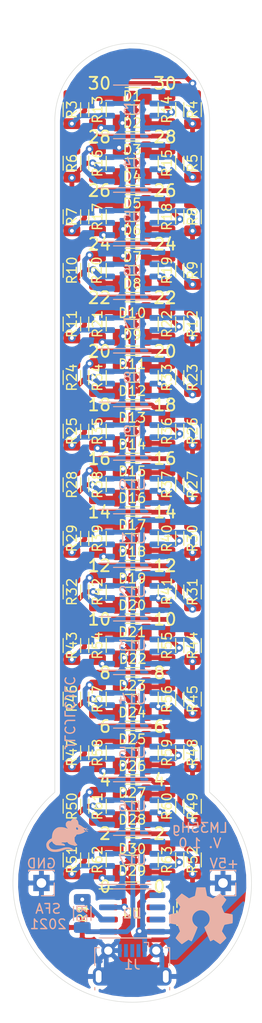
<source format=kicad_pcb>
(kicad_pcb (version 20171130) (host pcbnew 5.1.10)
  (layers (0 F.Cu signal) (31 B.Cu signal) (34 B.Paste user hide) (35 F.Paste user hide) (36 B.SilkS user) (37 F.SilkS user) (38 B.Mask user hide) (39 F.Mask user hide) (44 Edge.Cuts user))
  (net 0 "")
  (net 1 "Net-(D1-Pad2)")
  (net 2 GND)
  (net 3 "Net-(D2-Pad2)")
  (net 4 "Net-(D3-Pad2)")
  (net 5 "Net-(D4-Pad2)")
  (net 6 "Net-(D5-Pad2)")
  (net 7 "Net-(D6-Pad2)")
  (net 8 "Net-(D7-Pad2)")
  (net 9 "Net-(D8-Pad2)")
  (net 10 "Net-(D9-Pad2)")
  (net 11 "Net-(D10-Pad2)")
  (net 12 "Net-(D11-Pad2)")
  (net 13 "Net-(D12-Pad2)")
  (net 14 "Net-(D13-Pad2)")
  (net 15 "Net-(D14-Pad2)")
  (net 16 "Net-(D15-Pad2)")
  (net 17 "Net-(D16-Pad2)")
  (net 18 "Net-(D17-Pad2)")
  (net 19 "Net-(D18-Pad2)")
  (net 20 "Net-(D19-Pad2)")
  (net 21 "Net-(D20-Pad2)")
  (net 22 "Net-(D21-Pad2)")
  (net 23 "Net-(D22-Pad2)")
  (net 24 "Net-(D23-Pad2)")
  (net 25 "Net-(D24-Pad2)")
  (net 26 "Net-(D25-Pad2)")
  (net 27 "Net-(D26-Pad2)")
  (net 28 "Net-(D27-Pad2)")
  (net 29 "Net-(D28-Pad2)")
  (net 30 "Net-(D29-Pad2)")
  (net 31 "Net-(D30-Pad2)")
  (net 32 "Net-(R1-Pad2)")
  (net 33 "Net-(R2-Pad1)")
  (net 34 "Net-(R3-Pad2)")
  (net 35 +5V)
  (net 36 "Net-(R4-Pad2)")
  (net 37 "Net-(R5-Pad2)")
  (net 38 "Net-(R6-Pad2)")
  (net 39 "Net-(R7-Pad2)")
  (net 40 "Net-(R8-Pad2)")
  (net 41 "Net-(R10-Pad1)")
  (net 42 "Net-(R10-Pad2)")
  (net 43 "Net-(R11-Pad2)")
  (net 44 "Net-(R12-Pad2)")
  (net 45 "Net-(R13-Pad2)")
  (net 46 "Net-(R14-Pad2)")
  (net 47 "Net-(R15-Pad2)")
  (net 48 "Net-(R16-Pad2)")
  (net 49 "Net-(R17-Pad2)")
  (net 50 "Net-(R18-Pad2)")
  (net 51 "Net-(R19-Pad2)")
  (net 52 "Net-(R20-Pad2)")
  (net 53 "Net-(R21-Pad2)")
  (net 54 "Net-(R22-Pad2)")
  (net 55 "Net-(R23-Pad2)")
  (net 56 "Net-(R24-Pad2)")
  (net 57 "Net-(R25-Pad2)")
  (net 58 "Net-(R26-Pad2)")
  (net 59 "Net-(R27-Pad2)")
  (net 60 "Net-(R28-Pad2)")
  (net 61 "Net-(R29-Pad2)")
  (net 62 "Net-(R30-Pad2)")
  (net 63 "Net-(R31-Pad2)")
  (net 64 "Net-(R32-Pad2)")
  (net 65 "Net-(R33-Pad2)")
  (net 66 "Net-(R34-Pad2)")
  (net 67 "Net-(R35-Pad2)")
  (net 68 "Net-(R36-Pad2)")
  (net 69 "Net-(R37-Pad2)")
  (net 70 "Net-(R38-Pad2)")
  (net 71 "Net-(R39-Pad2)")
  (net 72 "Net-(R40-Pad2)")
  (net 73 "Net-(R41-Pad2)")
  (net 74 "Net-(R42-Pad2)")
  (net 75 "Net-(R43-Pad2)")
  (net 76 "Net-(R44-Pad2)")
  (net 77 "Net-(R45-Pad2)")
  (net 78 "Net-(R46-Pad2)")
  (net 79 "Net-(R47-Pad2)")
  (net 80 "Net-(R48-Pad2)")
  (net 81 "Net-(R49-Pad2)")
  (net 82 "Net-(R50-Pad2)")
  (net 83 "Net-(R51-Pad2)")
  (net 84 "Net-(R52-Pad2)")
  (net 85 "Net-(R54-Pad2)")
  (net 86 "Net-(R55-Pad2)")
  (net 87 "Net-(R56-Pad2)")
  (net 88 "Net-(R57-Pad2)")
  (net 89 "Net-(R58-Pad2)")
  (net 90 "Net-(R59-Pad2)")
  (net 91 "Net-(R60-Pad2)")
  (net 92 "Net-(R61-Pad2)")
  (net 93 "Net-(R62-Pad2)")
  (net 94 "Net-(R63-Pad2)")
  (net 95 "Net-(U1-Pad1)")
  (net 96 "Net-(U1-Pad2)")
  (net 97 "Net-(U1-Pad3)")
  (net 98 "Net-(U1-Pad5)")
  (net 99 "Net-(U1-Pad6)")
  (net 100 "Net-(U1-Pad7)")
  (net 101 "Net-(J1-Pad2)")
  (net 102 "Net-(J1-Pad4)")
  (net 103 "Net-(J1-Pad3)")
  (module logos:Mouse_smol (layer B.Cu) (at 25.4 102.616 180)
    (fp_text reference G*** hide)
    (fp_text value LOGO hide)
  )
  (module Symbol:OSHW-Symbol_6.7x6mm_SilkScreen (layer B.Cu) (at 39.37 111.379 180)
    (fp_text reference REF** hide)
    (fp_text value OSHW-Symbol_6.7x6mm_SilkScreen hide)
  )
  (module Resistor_SMD:R_1206_3216Metric (layer F.Cu) (at 28.575 83.185 270)
    (fp_text reference R54 (at 0 0 90) (layer F.SilkS))
    (fp_text value 20K)
    (pad 1 smd roundrect (at -1.4625 0 270) (size 1.125 1.75) (layers F.Cu F.Paste F.Mask) (roundrect_rratio 0.2222195555555556) (net 22 "Net-(D21-Pad2)"))
    (pad 2 smd roundrect (at 1.4625 0 270) (size 1.125 1.75) (layers F.Cu F.Paste F.Mask) (roundrect_rratio 0.2222195555555556) (net 85 "Net-(R54-Pad2)"))
  )
  (module Resistor_SMD:R_1206_3216Metric (layer F.Cu) (at 32.1925 25.908 180)
    (fp_text reference D1 (at 0 0) (layer F.SilkS))
    (fp_text value LED)
    (pad 1 smd roundrect (at -1.4625 0 180) (size 1.125 1.75) (layers F.Cu F.Paste F.Mask) (roundrect_rratio 0.2222195555555556) (net 2 GND))
    (pad 2 smd roundrect (at 1.4625 0 180) (size 1.125 1.75) (layers F.Cu F.Paste F.Mask) (roundrect_rratio 0.2222195555555556) (net 1 "Net-(D1-Pad2)"))
  )
  (module Resistor_SMD:R_1206_3216Metric (layer F.Cu) (at 32.1945 28.702)
    (fp_text reference D2 (at 0 0) (layer F.SilkS))
    (fp_text value LED)
    (pad 2 smd roundrect (at 1.4625 0) (size 1.125 1.75) (layers F.Cu F.Paste F.Mask) (roundrect_rratio 0.2222195555555556) (net 3 "Net-(D2-Pad2)"))
    (pad 1 smd roundrect (at -1.4625 0) (size 1.125 1.75) (layers F.Cu F.Paste F.Mask) (roundrect_rratio 0.2222195555555556) (net 2 GND))
  )
  (module Resistor_SMD:R_1206_3216Metric (layer F.Cu) (at 32.1945 31.496)
    (fp_text reference D3 (at 0 0) (layer F.SilkS))
    (fp_text value LED)
    (pad 1 smd roundrect (at -1.4625 0) (size 1.125 1.75) (layers F.Cu F.Paste F.Mask) (roundrect_rratio 0.2222195555555556) (net 2 GND))
    (pad 2 smd roundrect (at 1.4625 0) (size 1.125 1.75) (layers F.Cu F.Paste F.Mask) (roundrect_rratio 0.2222195555555556) (net 4 "Net-(D3-Pad2)"))
  )
  (module Resistor_SMD:R_1206_3216Metric (layer F.Cu) (at 32.1945 34.29 180)
    (fp_text reference D4 (at 0 0) (layer F.SilkS))
    (fp_text value LED)
    (pad 2 smd roundrect (at 1.4625 0 180) (size 1.125 1.75) (layers F.Cu F.Paste F.Mask) (roundrect_rratio 0.2222195555555556) (net 5 "Net-(D4-Pad2)"))
    (pad 1 smd roundrect (at -1.4625 0 180) (size 1.125 1.75) (layers F.Cu F.Paste F.Mask) (roundrect_rratio 0.2222195555555556) (net 2 GND))
  )
  (module Resistor_SMD:R_1206_3216Metric (layer F.Cu) (at 32.1925 37.084 180)
    (fp_text reference D5 (at 0 0) (layer F.SilkS))
    (fp_text value LED)
    (pad 2 smd roundrect (at 1.4625 0 180) (size 1.125 1.75) (layers F.Cu F.Paste F.Mask) (roundrect_rratio 0.2222195555555556) (net 6 "Net-(D5-Pad2)"))
    (pad 1 smd roundrect (at -1.4625 0 180) (size 1.125 1.75) (layers F.Cu F.Paste F.Mask) (roundrect_rratio 0.2222195555555556) (net 2 GND))
  )
  (module Resistor_SMD:R_1206_3216Metric (layer F.Cu) (at 32.1925 39.878)
    (fp_text reference D6 (at 0 0) (layer F.SilkS))
    (fp_text value LED)
    (pad 1 smd roundrect (at -1.4625 0) (size 1.125 1.75) (layers F.Cu F.Paste F.Mask) (roundrect_rratio 0.2222195555555556) (net 2 GND))
    (pad 2 smd roundrect (at 1.4625 0) (size 1.125 1.75) (layers F.Cu F.Paste F.Mask) (roundrect_rratio 0.2222195555555556) (net 7 "Net-(D6-Pad2)"))
  )
  (module Resistor_SMD:R_1206_3216Metric (layer F.Cu) (at 32.1925 42.672)
    (fp_text reference D7 (at 0 0) (layer F.SilkS))
    (fp_text value LED)
    (pad 2 smd roundrect (at 1.4625 0) (size 1.125 1.75) (layers F.Cu F.Paste F.Mask) (roundrect_rratio 0.2222195555555556) (net 8 "Net-(D7-Pad2)"))
    (pad 1 smd roundrect (at -1.4625 0) (size 1.125 1.75) (layers F.Cu F.Paste F.Mask) (roundrect_rratio 0.2222195555555556) (net 2 GND))
  )
  (module Resistor_SMD:R_1206_3216Metric (layer F.Cu) (at 32.1925 45.466 180)
    (fp_text reference D8 (at 0 0) (layer F.SilkS))
    (fp_text value LED)
    (pad 1 smd roundrect (at -1.4625 0 180) (size 1.125 1.75) (layers F.Cu F.Paste F.Mask) (roundrect_rratio 0.2222195555555556) (net 2 GND))
    (pad 2 smd roundrect (at 1.4625 0 180) (size 1.125 1.75) (layers F.Cu F.Paste F.Mask) (roundrect_rratio 0.2222195555555556) (net 9 "Net-(D8-Pad2)"))
  )
  (module Resistor_SMD:R_1206_3216Metric (layer F.Cu) (at 32.1925 48.26 180)
    (fp_text reference D9 (at 0 -2.54) (layer F.SilkS))
    (fp_text value LED)
    (pad 1 smd roundrect (at -1.4625 0 180) (size 1.125 1.75) (layers F.Cu F.Paste F.Mask) (roundrect_rratio 0.2222195555555556) (net 2 GND))
    (pad 2 smd roundrect (at 1.4625 0 180) (size 1.125 1.75) (layers F.Cu F.Paste F.Mask) (roundrect_rratio 0.2222195555555556) (net 10 "Net-(D9-Pad2)"))
  )
  (module Resistor_SMD:R_1206_3216Metric (layer F.Cu) (at 32.1925 51.054)
    (fp_text reference D10 (at 0 -2.54) (layer F.SilkS))
    (fp_text value LED)
    (pad 2 smd roundrect (at 1.4625 0) (size 1.125 1.75) (layers F.Cu F.Paste F.Mask) (roundrect_rratio 0.2222195555555556) (net 11 "Net-(D10-Pad2)"))
    (pad 1 smd roundrect (at -1.4625 0) (size 1.125 1.75) (layers F.Cu F.Paste F.Mask) (roundrect_rratio 0.2222195555555556) (net 2 GND))
  )
  (module Resistor_SMD:R_1206_3216Metric (layer F.Cu) (at 32.1925 53.848)
    (fp_text reference D11 (at 0 0) (layer F.SilkS))
    (fp_text value LED)
    (pad 1 smd roundrect (at -1.4625 0) (size 1.125 1.75) (layers F.Cu F.Paste F.Mask) (roundrect_rratio 0.2222195555555556) (net 2 GND))
    (pad 2 smd roundrect (at 1.4625 0) (size 1.125 1.75) (layers F.Cu F.Paste F.Mask) (roundrect_rratio 0.2222195555555556) (net 12 "Net-(D11-Pad2)"))
  )
  (module Resistor_SMD:R_1206_3216Metric (layer F.Cu) (at 32.1965 56.642 180)
    (fp_text reference D12 (at 0 0) (layer F.SilkS))
    (fp_text value LED)
    (pad 2 smd roundrect (at 1.4625 0 180) (size 1.125 1.75) (layers F.Cu F.Paste F.Mask) (roundrect_rratio 0.2222195555555556) (net 13 "Net-(D12-Pad2)"))
    (pad 1 smd roundrect (at -1.4625 0 180) (size 1.125 1.75) (layers F.Cu F.Paste F.Mask) (roundrect_rratio 0.2222195555555556) (net 2 GND))
  )
  (module Resistor_SMD:R_1206_3216Metric (layer F.Cu) (at 32.1925 59.436 180)
    (fp_text reference D13 (at 0 0) (layer F.SilkS))
    (fp_text value LED)
    (pad 2 smd roundrect (at 1.4625 0 180) (size 1.125 1.75) (layers F.Cu F.Paste F.Mask) (roundrect_rratio 0.2222195555555556) (net 14 "Net-(D13-Pad2)"))
    (pad 1 smd roundrect (at -1.4625 0 180) (size 1.125 1.75) (layers F.Cu F.Paste F.Mask) (roundrect_rratio 0.2222195555555556) (net 2 GND))
  )
  (module Resistor_SMD:R_1206_3216Metric (layer F.Cu) (at 32.1925 62.23)
    (fp_text reference D14 (at 0 0) (layer F.SilkS))
    (fp_text value LED)
    (pad 2 smd roundrect (at 1.4625 0) (size 1.125 1.75) (layers F.Cu F.Paste F.Mask) (roundrect_rratio 0.2222195555555556) (net 15 "Net-(D14-Pad2)"))
    (pad 1 smd roundrect (at -1.4625 0) (size 1.125 1.75) (layers F.Cu F.Paste F.Mask) (roundrect_rratio 0.2222195555555556) (net 2 GND))
  )
  (module Resistor_SMD:R_1206_3216Metric (layer F.Cu) (at 32.1925 65.024)
    (fp_text reference D15 (at 0 0) (layer F.SilkS))
    (fp_text value LED)
    (pad 1 smd roundrect (at -1.4625 0) (size 1.125 1.75) (layers F.Cu F.Paste F.Mask) (roundrect_rratio 0.2222195555555556) (net 2 GND))
    (pad 2 smd roundrect (at 1.4625 0) (size 1.125 1.75) (layers F.Cu F.Paste F.Mask) (roundrect_rratio 0.2222195555555556) (net 16 "Net-(D15-Pad2)"))
  )
  (module Resistor_SMD:R_1206_3216Metric (layer F.Cu) (at 32.1945 67.818 180)
    (fp_text reference D16 (at 0 0) (layer F.SilkS))
    (fp_text value LED)
    (pad 2 smd roundrect (at 1.4625 0 180) (size 1.125 1.75) (layers F.Cu F.Paste F.Mask) (roundrect_rratio 0.2222195555555556) (net 17 "Net-(D16-Pad2)"))
    (pad 1 smd roundrect (at -1.4625 0 180) (size 1.125 1.75) (layers F.Cu F.Paste F.Mask) (roundrect_rratio 0.2222195555555556) (net 2 GND))
  )
  (module Resistor_SMD:R_1206_3216Metric (layer F.Cu) (at 32.1925 70.612 180)
    (fp_text reference D17 (at 0 0) (layer F.SilkS))
    (fp_text value LED)
    (pad 1 smd roundrect (at -1.4625 0 180) (size 1.125 1.75) (layers F.Cu F.Paste F.Mask) (roundrect_rratio 0.2222195555555556) (net 2 GND))
    (pad 2 smd roundrect (at 1.4625 0 180) (size 1.125 1.75) (layers F.Cu F.Paste F.Mask) (roundrect_rratio 0.2222195555555556) (net 18 "Net-(D17-Pad2)"))
  )
  (module Resistor_SMD:R_1206_3216Metric (layer F.Cu) (at 32.1925 73.406)
    (fp_text reference D18 (at 0 0) (layer F.SilkS))
    (fp_text value LED)
    (pad 1 smd roundrect (at -1.4625 0) (size 1.125 1.75) (layers F.Cu F.Paste F.Mask) (roundrect_rratio 0.2222195555555556) (net 2 GND))
    (pad 2 smd roundrect (at 1.4625 0) (size 1.125 1.75) (layers F.Cu F.Paste F.Mask) (roundrect_rratio 0.2222195555555556) (net 19 "Net-(D18-Pad2)"))
  )
  (module Resistor_SMD:R_1206_3216Metric (layer F.Cu) (at 32.1925 76.2)
    (fp_text reference D19 (at 0 0) (layer F.SilkS))
    (fp_text value LED)
    (pad 2 smd roundrect (at 1.4625 0) (size 1.125 1.75) (layers F.Cu F.Paste F.Mask) (roundrect_rratio 0.2222195555555556) (net 20 "Net-(D19-Pad2)"))
    (pad 1 smd roundrect (at -1.4625 0) (size 1.125 1.75) (layers F.Cu F.Paste F.Mask) (roundrect_rratio 0.2222195555555556) (net 2 GND))
  )
  (module Resistor_SMD:R_1206_3216Metric (layer F.Cu) (at 32.1925 78.994 180)
    (fp_text reference D20 (at 0 0) (layer F.SilkS))
    (fp_text value LED)
    (pad 1 smd roundrect (at -1.4625 0 180) (size 1.125 1.75) (layers F.Cu F.Paste F.Mask) (roundrect_rratio 0.2222195555555556) (net 2 GND))
    (pad 2 smd roundrect (at 1.4625 0 180) (size 1.125 1.75) (layers F.Cu F.Paste F.Mask) (roundrect_rratio 0.2222195555555556) (net 21 "Net-(D20-Pad2)"))
  )
  (module Resistor_SMD:R_1206_3216Metric (layer F.Cu) (at 32.1925 81.788 180)
    (fp_text reference D21 (at 0 0) (layer F.SilkS))
    (fp_text value LED)
    (pad 1 smd roundrect (at -1.4625 0 180) (size 1.125 1.75) (layers F.Cu F.Paste F.Mask) (roundrect_rratio 0.2222195555555556) (net 2 GND))
    (pad 2 smd roundrect (at 1.4625 0 180) (size 1.125 1.75) (layers F.Cu F.Paste F.Mask) (roundrect_rratio 0.2222195555555556) (net 22 "Net-(D21-Pad2)"))
  )
  (module Resistor_SMD:R_1206_3216Metric (layer F.Cu) (at 32.1925 84.582)
    (fp_text reference D22 (at 0.0655 0) (layer F.SilkS))
    (fp_text value LED)
    (pad 2 smd roundrect (at 1.4625 0) (size 1.125 1.75) (layers F.Cu F.Paste F.Mask) (roundrect_rratio 0.2222195555555556) (net 23 "Net-(D22-Pad2)"))
    (pad 1 smd roundrect (at -1.4625 0) (size 1.125 1.75) (layers F.Cu F.Paste F.Mask) (roundrect_rratio 0.2222195555555556) (net 2 GND))
  )
  (module Resistor_SMD:R_1206_3216Metric (layer F.Cu) (at 32.1925 87.376)
    (fp_text reference D23 (at 0 0) (layer F.SilkS))
    (fp_text value LED)
    (pad 2 smd roundrect (at 1.4625 0) (size 1.125 1.75) (layers F.Cu F.Paste F.Mask) (roundrect_rratio 0.2222195555555556) (net 24 "Net-(D23-Pad2)"))
    (pad 1 smd roundrect (at -1.4625 0) (size 1.125 1.75) (layers F.Cu F.Paste F.Mask) (roundrect_rratio 0.2222195555555556) (net 2 GND))
  )
  (module Resistor_SMD:R_1206_3216Metric (layer F.Cu) (at 32.1945 90.17 180)
    (fp_text reference D24 (at 0 0) (layer F.SilkS))
    (fp_text value LED)
    (pad 1 smd roundrect (at -1.4625 0 180) (size 1.125 1.75) (layers F.Cu F.Paste F.Mask) (roundrect_rratio 0.2222195555555556) (net 2 GND))
    (pad 2 smd roundrect (at 1.4625 0 180) (size 1.125 1.75) (layers F.Cu F.Paste F.Mask) (roundrect_rratio 0.2222195555555556) (net 25 "Net-(D24-Pad2)"))
  )
  (module Resistor_SMD:R_1206_3216Metric (layer F.Cu) (at 32.1925 92.964 180)
    (fp_text reference D25 (at 0 0) (layer F.SilkS))
    (fp_text value LED)
    (pad 1 smd roundrect (at -1.4625 0 180) (size 1.125 1.75) (layers F.Cu F.Paste F.Mask) (roundrect_rratio 0.2222195555555556) (net 2 GND))
    (pad 2 smd roundrect (at 1.4625 0 180) (size 1.125 1.75) (layers F.Cu F.Paste F.Mask) (roundrect_rratio 0.2222195555555556) (net 26 "Net-(D25-Pad2)"))
  )
  (module Resistor_SMD:R_1206_3216Metric (layer F.Cu) (at 32.1925 95.758)
    (fp_text reference D26 (at 0 0) (layer F.SilkS))
    (fp_text value LED)
    (pad 2 smd roundrect (at 1.4625 0) (size 1.125 1.75) (layers F.Cu F.Paste F.Mask) (roundrect_rratio 0.2222195555555556) (net 27 "Net-(D26-Pad2)"))
    (pad 1 smd roundrect (at -1.4625 0) (size 1.125 1.75) (layers F.Cu F.Paste F.Mask) (roundrect_rratio 0.2222195555555556) (net 2 GND))
  )
  (module Resistor_SMD:R_1206_3216Metric (layer F.Cu) (at 32.1925 98.552)
    (fp_text reference D27 (at 0 0) (layer F.SilkS))
    (fp_text value LED)
    (pad 1 smd roundrect (at -1.4625 0) (size 1.125 1.75) (layers F.Cu F.Paste F.Mask) (roundrect_rratio 0.2222195555555556) (net 2 GND))
    (pad 2 smd roundrect (at 1.4625 0) (size 1.125 1.75) (layers F.Cu F.Paste F.Mask) (roundrect_rratio 0.2222195555555556) (net 28 "Net-(D27-Pad2)"))
  )
  (module Resistor_SMD:R_1206_3216Metric (layer F.Cu) (at 32.1945 101.346 180)
    (fp_text reference D28 (at 0 0) (layer F.SilkS))
    (fp_text value LED)
    (pad 2 smd roundrect (at 1.4625 0 180) (size 1.125 1.75) (layers F.Cu F.Paste F.Mask) (roundrect_rratio 0.2222195555555556) (net 29 "Net-(D28-Pad2)"))
    (pad 1 smd roundrect (at -1.4625 0 180) (size 1.125 1.75) (layers F.Cu F.Paste F.Mask) (roundrect_rratio 0.2222195555555556) (net 2 GND))
  )
  (module Resistor_SMD:R_1206_3216Metric (layer F.Cu) (at 32.1925 104.14 180)
    (fp_text reference D29 (at 0 -2.54) (layer F.SilkS))
    (fp_text value LED)
    (pad 1 smd roundrect (at -1.4625 0 180) (size 1.125 1.75) (layers F.Cu F.Paste F.Mask) (roundrect_rratio 0.2222195555555556) (net 2 GND))
    (pad 2 smd roundrect (at 1.4625 0 180) (size 1.125 1.75) (layers F.Cu F.Paste F.Mask) (roundrect_rratio 0.2222195555555556) (net 30 "Net-(D29-Pad2)"))
  )
  (module Resistor_SMD:R_1206_3216Metric (layer F.Cu) (at 32.1925 106.934)
    (fp_text reference D30 (at 0 -2.54) (layer F.SilkS))
    (fp_text value LED)
    (pad 1 smd roundrect (at -1.4625 0) (size 1.125 1.75) (layers F.Cu F.Paste F.Mask) (roundrect_rratio 0.2222195555555556) (net 2 GND))
    (pad 2 smd roundrect (at 1.4625 0) (size 1.125 1.75) (layers F.Cu F.Paste F.Mask) (roundrect_rratio 0.2222195555555556) (net 31 "Net-(D30-Pad2)"))
  )
  (module Resistor_SMD:R_1206_3216Metric (layer F.Cu) (at 26.9875 111.125 90)
    (fp_text reference R1 (at 0 0 90) (layer F.SilkS))
    (fp_text value 1k)
    (pad 1 smd roundrect (at -1.4625 0 90) (size 1.125 1.75) (layers F.Cu F.Paste F.Mask) (roundrect_rratio 0.2222195555555556) (net 2 GND))
    (pad 2 smd roundrect (at 1.4625 0 90) (size 1.125 1.75) (layers F.Cu F.Paste F.Mask) (roundrect_rratio 0.2222195555555556) (net 32 "Net-(R1-Pad2)"))
  )
  (module Resistor_SMD:R_1206_3216Metric (layer B.Cu) (at 26.9875 111.125 90)
    (fp_text reference R2 (at 0 0 270) (layer B.SilkS) (effects (justify mirror)))
    (fp_text value 15k)
    (pad 1 smd roundrect (at -1.4625 0 90) (size 1.125 1.75) (layers B.Cu B.Paste B.Mask) (roundrect_rratio 0.2222195555555556) (net 33 "Net-(R2-Pad1)"))
    (pad 2 smd roundrect (at 1.4625 0 90) (size 1.125 1.75) (layers B.Cu B.Paste B.Mask) (roundrect_rratio 0.2222195555555556) (net 32 "Net-(R1-Pad2)"))
  )
  (module Resistor_SMD:R_1206_3216Metric (layer F.Cu) (at 25.908 27.307 270)
    (fp_text reference R3 (at 0 0 90) (layer F.SilkS))
    (fp_text value 200)
    (pad 1 smd roundrect (at -1.4625 0 270) (size 1.125 1.75) (layers F.Cu F.Paste F.Mask) (roundrect_rratio 0.2222195555555556) (net 35 +5V))
    (pad 2 smd roundrect (at 1.4625 0 270) (size 1.125 1.75) (layers F.Cu F.Paste F.Mask) (roundrect_rratio 0.2222195555555556) (net 34 "Net-(R3-Pad2)"))
  )
  (module Resistor_SMD:R_1206_3216Metric (layer F.Cu) (at 38.481 27.305 270)
    (fp_text reference R4 (at 0 0 90) (layer F.SilkS))
    (fp_text value 160)
    (pad 1 smd roundrect (at -1.4625 0 270) (size 1.125 1.75) (layers F.Cu F.Paste F.Mask) (roundrect_rratio 0.2222195555555556) (net 34 "Net-(R3-Pad2)"))
    (pad 2 smd roundrect (at 1.4625 0 270) (size 1.125 1.75) (layers F.Cu F.Paste F.Mask) (roundrect_rratio 0.2222195555555556) (net 36 "Net-(R4-Pad2)"))
  )
  (module Resistor_SMD:R_1206_3216Metric (layer F.Cu) (at 38.481 32.891 270)
    (fp_text reference R5 (at 0 0 90) (layer F.SilkS))
    (fp_text value 160)
    (pad 1 smd roundrect (at -1.4625 0 270) (size 1.125 1.75) (layers F.Cu F.Paste F.Mask) (roundrect_rratio 0.2222195555555556) (net 36 "Net-(R4-Pad2)"))
    (pad 2 smd roundrect (at 1.4625 0 270) (size 1.125 1.75) (layers F.Cu F.Paste F.Mask) (roundrect_rratio 0.2222195555555556) (net 37 "Net-(R5-Pad2)"))
  )
  (module Resistor_SMD:R_1206_3216Metric (layer F.Cu) (at 25.908 32.893 270)
    (fp_text reference R6 (at 0 0 90) (layer F.SilkS))
    (fp_text value 160)
    (pad 2 smd roundrect (at 1.4625 0 270) (size 1.125 1.75) (layers F.Cu F.Paste F.Mask) (roundrect_rratio 0.2222195555555556) (net 38 "Net-(R6-Pad2)"))
    (pad 1 smd roundrect (at -1.4625 0 270) (size 1.125 1.75) (layers F.Cu F.Paste F.Mask) (roundrect_rratio 0.2222195555555556) (net 37 "Net-(R5-Pad2)"))
  )
  (module Resistor_SMD:R_1206_3216Metric (layer F.Cu) (at 25.908 38.481 270)
    (fp_text reference R7 (at 0 0 90) (layer F.SilkS))
    (fp_text value 160)
    (pad 1 smd roundrect (at -1.4625 0 270) (size 1.125 1.75) (layers F.Cu F.Paste F.Mask) (roundrect_rratio 0.2222195555555556) (net 38 "Net-(R6-Pad2)"))
    (pad 2 smd roundrect (at 1.4625 0 270) (size 1.125 1.75) (layers F.Cu F.Paste F.Mask) (roundrect_rratio 0.2222195555555556) (net 39 "Net-(R7-Pad2)"))
  )
  (module Resistor_SMD:R_1206_3216Metric (layer F.Cu) (at 38.481 38.481 270)
    (fp_text reference R8 (at 0 0 90) (layer F.SilkS))
    (fp_text value 160)
    (pad 1 smd roundrect (at -1.4625 0 270) (size 1.125 1.75) (layers F.Cu F.Paste F.Mask) (roundrect_rratio 0.2222195555555556) (net 39 "Net-(R7-Pad2)"))
    (pad 2 smd roundrect (at 1.4625 0 270) (size 1.125 1.75) (layers F.Cu F.Paste F.Mask) (roundrect_rratio 0.2222195555555556) (net 40 "Net-(R8-Pad2)"))
  )
  (module Resistor_SMD:R_1206_3216Metric (layer F.Cu) (at 38.481 44.067 270)
    (fp_text reference R9 (at 0 0 90) (layer F.SilkS))
    (fp_text value 160)
    (pad 1 smd roundrect (at -1.4625 0 270) (size 1.125 1.75) (layers F.Cu F.Paste F.Mask) (roundrect_rratio 0.2222195555555556) (net 40 "Net-(R8-Pad2)"))
    (pad 2 smd roundrect (at 1.4625 0 270) (size 1.125 1.75) (layers F.Cu F.Paste F.Mask) (roundrect_rratio 0.2222195555555556) (net 41 "Net-(R10-Pad1)"))
  )
  (module Resistor_SMD:R_1206_3216Metric (layer F.Cu) (at 25.908 44.069 270)
    (fp_text reference R10 (at -0.002 0 90) (layer F.SilkS))
    (fp_text value 160)
    (pad 1 smd roundrect (at -1.4625 0 270) (size 1.125 1.75) (layers F.Cu F.Paste F.Mask) (roundrect_rratio 0.2222195555555556) (net 41 "Net-(R10-Pad1)"))
    (pad 2 smd roundrect (at 1.4625 0 270) (size 1.125 1.75) (layers F.Cu F.Paste F.Mask) (roundrect_rratio 0.2222195555555556) (net 42 "Net-(R10-Pad2)"))
  )
  (module Resistor_SMD:R_1206_3216Metric (layer F.Cu) (at 25.908 49.657 270)
    (fp_text reference R11 (at 0 0 90) (layer F.SilkS))
    (fp_text value 160)
    (pad 1 smd roundrect (at -1.4625 0 270) (size 1.125 1.75) (layers F.Cu F.Paste F.Mask) (roundrect_rratio 0.2222195555555556) (net 42 "Net-(R10-Pad2)"))
    (pad 2 smd roundrect (at 1.4625 0 270) (size 1.125 1.75) (layers F.Cu F.Paste F.Mask) (roundrect_rratio 0.2222195555555556) (net 43 "Net-(R11-Pad2)"))
  )
  (module Resistor_SMD:R_1206_3216Metric (layer F.Cu) (at 38.481 49.657 270)
    (fp_text reference R12 (at 0 0 90) (layer F.SilkS))
    (fp_text value 160)
    (pad 2 smd roundrect (at 1.4625 0 270) (size 1.125 1.75) (layers F.Cu F.Paste F.Mask) (roundrect_rratio 0.2222195555555556) (net 44 "Net-(R12-Pad2)"))
    (pad 1 smd roundrect (at -1.4625 0 270) (size 1.125 1.75) (layers F.Cu F.Paste F.Mask) (roundrect_rratio 0.2222195555555556) (net 43 "Net-(R11-Pad2)"))
  )
  (module Resistor_SMD:R_1206_3216Metric (layer F.Cu) (at 28.575 27.303 270)
    (fp_text reference R13 (at 0 0 90) (layer F.SilkS))
    (fp_text value 20K)
    (pad 2 smd roundrect (at 1.4625 0 270) (size 1.125 1.75) (layers F.Cu F.Paste F.Mask) (roundrect_rratio 0.2222195555555556) (net 45 "Net-(R13-Pad2)"))
    (pad 1 smd roundrect (at -1.4625 0 270) (size 1.125 1.75) (layers F.Cu F.Paste F.Mask) (roundrect_rratio 0.2222195555555556) (net 1 "Net-(D1-Pad2)"))
  )
  (module Resistor_SMD:R_1206_3216Metric (layer F.Cu) (at 35.814 27.305 90)
    (fp_text reference R14 (at 0 0 90) (layer F.SilkS))
    (fp_text value 20K)
    (pad 1 smd roundrect (at -1.4625 0 90) (size 1.125 1.75) (layers F.Cu F.Paste F.Mask) (roundrect_rratio 0.2222195555555556) (net 3 "Net-(D2-Pad2)"))
    (pad 2 smd roundrect (at 1.4625 0 90) (size 1.125 1.75) (layers F.Cu F.Paste F.Mask) (roundrect_rratio 0.2222195555555556) (net 46 "Net-(R14-Pad2)"))
  )
  (module Resistor_SMD:R_1206_3216Metric (layer F.Cu) (at 35.814 32.891 270)
    (fp_text reference R15 (at 0 0 90) (layer F.SilkS))
    (fp_text value 20K)
    (pad 2 smd roundrect (at 1.4625 0 270) (size 1.125 1.75) (layers F.Cu F.Paste F.Mask) (roundrect_rratio 0.2222195555555556) (net 47 "Net-(R15-Pad2)"))
    (pad 1 smd roundrect (at -1.4625 0 270) (size 1.125 1.75) (layers F.Cu F.Paste F.Mask) (roundrect_rratio 0.2222195555555556) (net 4 "Net-(D3-Pad2)"))
  )
  (module Resistor_SMD:R_1206_3216Metric (layer F.Cu) (at 28.575 32.893 90)
    (fp_text reference R16 (at 0 0 90) (layer F.SilkS))
    (fp_text value 20K)
    (pad 1 smd roundrect (at -1.4625 0 90) (size 1.125 1.75) (layers F.Cu F.Paste F.Mask) (roundrect_rratio 0.2222195555555556) (net 5 "Net-(D4-Pad2)"))
    (pad 2 smd roundrect (at 1.4625 0 90) (size 1.125 1.75) (layers F.Cu F.Paste F.Mask) (roundrect_rratio 0.2222195555555556) (net 48 "Net-(R16-Pad2)"))
  )
  (module Resistor_SMD:R_1206_3216Metric (layer F.Cu) (at 28.575 38.481 270)
    (fp_text reference R17 (at 0 0 90) (layer F.SilkS))
    (fp_text value 20K)
    (pad 1 smd roundrect (at -1.4625 0 270) (size 1.125 1.75) (layers F.Cu F.Paste F.Mask) (roundrect_rratio 0.2222195555555556) (net 6 "Net-(D5-Pad2)"))
    (pad 2 smd roundrect (at 1.4625 0 270) (size 1.125 1.75) (layers F.Cu F.Paste F.Mask) (roundrect_rratio 0.2222195555555556) (net 49 "Net-(R17-Pad2)"))
  )
  (module Resistor_SMD:R_1206_3216Metric (layer F.Cu) (at 35.814 38.481 90)
    (fp_text reference R18 (at 0 0 90) (layer F.SilkS))
    (fp_text value 20K)
    (pad 1 smd roundrect (at -1.4625 0 90) (size 1.125 1.75) (layers F.Cu F.Paste F.Mask) (roundrect_rratio 0.2222195555555556) (net 7 "Net-(D6-Pad2)"))
    (pad 2 smd roundrect (at 1.4625 0 90) (size 1.125 1.75) (layers F.Cu F.Paste F.Mask) (roundrect_rratio 0.2222195555555556) (net 50 "Net-(R18-Pad2)"))
  )
  (module Resistor_SMD:R_1206_3216Metric (layer F.Cu) (at 35.814 44.067 270)
    (fp_text reference R19 (at 0 0 90) (layer F.SilkS))
    (fp_text value 20K)
    (pad 1 smd roundrect (at -1.4625 0 270) (size 1.125 1.75) (layers F.Cu F.Paste F.Mask) (roundrect_rratio 0.2222195555555556) (net 8 "Net-(D7-Pad2)"))
    (pad 2 smd roundrect (at 1.4625 0 270) (size 1.125 1.75) (layers F.Cu F.Paste F.Mask) (roundrect_rratio 0.2222195555555556) (net 51 "Net-(R19-Pad2)"))
  )
  (module Resistor_SMD:R_1206_3216Metric (layer F.Cu) (at 28.575 44.069 90)
    (fp_text reference R20 (at 0 -0.0635 90) (layer F.SilkS))
    (fp_text value 20K)
    (pad 2 smd roundrect (at 1.4625 0 90) (size 1.125 1.75) (layers F.Cu F.Paste F.Mask) (roundrect_rratio 0.2222195555555556) (net 52 "Net-(R20-Pad2)"))
    (pad 1 smd roundrect (at -1.4625 0 90) (size 1.125 1.75) (layers F.Cu F.Paste F.Mask) (roundrect_rratio 0.2222195555555556) (net 9 "Net-(D8-Pad2)"))
  )
  (module Resistor_SMD:R_1206_3216Metric (layer F.Cu) (at 28.575 49.657 270)
    (fp_text reference R21 (at 0 0 90) (layer F.SilkS))
    (fp_text value 20K)
    (pad 1 smd roundrect (at -1.4625 0 270) (size 1.125 1.75) (layers F.Cu F.Paste F.Mask) (roundrect_rratio 0.2222195555555556) (net 10 "Net-(D9-Pad2)"))
    (pad 2 smd roundrect (at 1.4625 0 270) (size 1.125 1.75) (layers F.Cu F.Paste F.Mask) (roundrect_rratio 0.2222195555555556) (net 53 "Net-(R21-Pad2)"))
  )
  (module Resistor_SMD:R_1206_3216Metric (layer F.Cu) (at 35.814 49.657 90)
    (fp_text reference R22 (at 0 0 90) (layer F.SilkS))
    (fp_text value 20K)
    (pad 2 smd roundrect (at 1.4625 0 90) (size 1.125 1.75) (layers F.Cu F.Paste F.Mask) (roundrect_rratio 0.2222195555555556) (net 54 "Net-(R22-Pad2)"))
    (pad 1 smd roundrect (at -1.4625 0 90) (size 1.125 1.75) (layers F.Cu F.Paste F.Mask) (roundrect_rratio 0.2222195555555556) (net 11 "Net-(D10-Pad2)"))
  )
  (module Resistor_SMD:R_1206_3216Metric (layer F.Cu) (at 38.481 55.245 270)
    (fp_text reference R23 (at 0 0 90) (layer F.SilkS))
    (fp_text value 160)
    (pad 1 smd roundrect (at -1.4625 0 270) (size 1.125 1.75) (layers F.Cu F.Paste F.Mask) (roundrect_rratio 0.2222195555555556) (net 44 "Net-(R12-Pad2)"))
    (pad 2 smd roundrect (at 1.4625 0 270) (size 1.125 1.75) (layers F.Cu F.Paste F.Mask) (roundrect_rratio 0.2222195555555556) (net 55 "Net-(R23-Pad2)"))
  )
  (module Resistor_SMD:R_1206_3216Metric (layer F.Cu) (at 25.908 55.245 270)
    (fp_text reference R24 (at 0 0 90) (layer F.SilkS))
    (fp_text value 160)
    (pad 2 smd roundrect (at 1.4625 0 270) (size 1.125 1.75) (layers F.Cu F.Paste F.Mask) (roundrect_rratio 0.2222195555555556) (net 56 "Net-(R24-Pad2)"))
    (pad 1 smd roundrect (at -1.4625 0 270) (size 1.125 1.75) (layers F.Cu F.Paste F.Mask) (roundrect_rratio 0.2222195555555556) (net 55 "Net-(R23-Pad2)"))
  )
  (module Resistor_SMD:R_1206_3216Metric (layer F.Cu) (at 25.908 60.833 270)
    (fp_text reference R25 (at 0 0 90) (layer F.SilkS))
    (fp_text value 160)
    (pad 1 smd roundrect (at -1.4625 0 270) (size 1.125 1.75) (layers F.Cu F.Paste F.Mask) (roundrect_rratio 0.2222195555555556) (net 56 "Net-(R24-Pad2)"))
    (pad 2 smd roundrect (at 1.4625 0 270) (size 1.125 1.75) (layers F.Cu F.Paste F.Mask) (roundrect_rratio 0.2222195555555556) (net 57 "Net-(R25-Pad2)"))
  )
  (module Resistor_SMD:R_1206_3216Metric (layer F.Cu) (at 38.481 60.833 270)
    (fp_text reference R26 (at 0 0 90) (layer F.SilkS))
    (fp_text value 160)
    (pad 1 smd roundrect (at -1.4625 0 270) (size 1.125 1.75) (layers F.Cu F.Paste F.Mask) (roundrect_rratio 0.2222195555555556) (net 57 "Net-(R25-Pad2)"))
    (pad 2 smd roundrect (at 1.4625 0 270) (size 1.125 1.75) (layers F.Cu F.Paste F.Mask) (roundrect_rratio 0.2222195555555556) (net 58 "Net-(R26-Pad2)"))
  )
  (module Resistor_SMD:R_1206_3216Metric (layer F.Cu) (at 38.481 66.423 270)
    (fp_text reference R27 (at 0 0 90) (layer F.SilkS))
    (fp_text value 160)
    (pad 2 smd roundrect (at 1.4625 0 270) (size 1.125 1.75) (layers F.Cu F.Paste F.Mask) (roundrect_rratio 0.2222195555555556) (net 59 "Net-(R27-Pad2)"))
    (pad 1 smd roundrect (at -1.4625 0 270) (size 1.125 1.75) (layers F.Cu F.Paste F.Mask) (roundrect_rratio 0.2222195555555556) (net 58 "Net-(R26-Pad2)"))
  )
  (module Resistor_SMD:R_1206_3216Metric (layer F.Cu) (at 25.908 66.421 270)
    (fp_text reference R28 (at 0 0 90) (layer F.SilkS))
    (fp_text value 160)
    (pad 2 smd roundrect (at 1.4625 0 270) (size 1.125 1.75) (layers F.Cu F.Paste F.Mask) (roundrect_rratio 0.2222195555555556) (net 60 "Net-(R28-Pad2)"))
    (pad 1 smd roundrect (at -1.4625 0 270) (size 1.125 1.75) (layers F.Cu F.Paste F.Mask) (roundrect_rratio 0.2222195555555556) (net 59 "Net-(R27-Pad2)"))
  )
  (module Resistor_SMD:R_1206_3216Metric (layer F.Cu) (at 25.908 72.009 270)
    (fp_text reference R29 (at 0 0 90) (layer F.SilkS))
    (fp_text value 160)
    (pad 1 smd roundrect (at -1.4625 0 270) (size 1.125 1.75) (layers F.Cu F.Paste F.Mask) (roundrect_rratio 0.2222195555555556) (net 60 "Net-(R28-Pad2)"))
    (pad 2 smd roundrect (at 1.4625 0 270) (size 1.125 1.75) (layers F.Cu F.Paste F.Mask) (roundrect_rratio 0.2222195555555556) (net 61 "Net-(R29-Pad2)"))
  )
  (module Resistor_SMD:R_1206_3216Metric (layer F.Cu) (at 38.481 72.011 270)
    (fp_text reference R30 (at 0 0 90) (layer F.SilkS))
    (fp_text value 160)
    (pad 2 smd roundrect (at 1.4625 0 270) (size 1.125 1.75) (layers F.Cu F.Paste F.Mask) (roundrect_rratio 0.2222195555555556) (net 62 "Net-(R30-Pad2)"))
    (pad 1 smd roundrect (at -1.4625 0 270) (size 1.125 1.75) (layers F.Cu F.Paste F.Mask) (roundrect_rratio 0.2222195555555556) (net 61 "Net-(R29-Pad2)"))
  )
  (module Resistor_SMD:R_1206_3216Metric (layer F.Cu) (at 38.481 77.597 270)
    (fp_text reference R31 (at 0 0 90) (layer F.SilkS))
    (fp_text value 160)
    (pad 2 smd roundrect (at 1.4625 0 270) (size 1.125 1.75) (layers F.Cu F.Paste F.Mask) (roundrect_rratio 0.2222195555555556) (net 63 "Net-(R31-Pad2)"))
    (pad 1 smd roundrect (at -1.4625 0 270) (size 1.125 1.75) (layers F.Cu F.Paste F.Mask) (roundrect_rratio 0.2222195555555556) (net 62 "Net-(R30-Pad2)"))
  )
  (module Resistor_SMD:R_1206_3216Metric (layer F.Cu) (at 25.908 77.597 270)
    (fp_text reference R32 (at 0 0 90) (layer F.SilkS))
    (fp_text value 160)
    (pad 1 smd roundrect (at -1.4625 0 270) (size 1.125 1.75) (layers F.Cu F.Paste F.Mask) (roundrect_rratio 0.2222195555555556) (net 63 "Net-(R31-Pad2)"))
    (pad 2 smd roundrect (at 1.4625 0 270) (size 1.125 1.75) (layers F.Cu F.Paste F.Mask) (roundrect_rratio 0.2222195555555556) (net 64 "Net-(R32-Pad2)"))
  )
  (module Resistor_SMD:R_1206_3216Metric (layer F.Cu) (at 35.814 55.245 270)
    (fp_text reference R33 (at 0 0 90) (layer F.SilkS))
    (fp_text value 20K)
    (pad 1 smd roundrect (at -1.4625 0 270) (size 1.125 1.75) (layers F.Cu F.Paste F.Mask) (roundrect_rratio 0.2222195555555556) (net 12 "Net-(D11-Pad2)"))
    (pad 2 smd roundrect (at 1.4625 0 270) (size 1.125 1.75) (layers F.Cu F.Paste F.Mask) (roundrect_rratio 0.2222195555555556) (net 65 "Net-(R33-Pad2)"))
  )
  (module Resistor_SMD:R_1206_3216Metric (layer F.Cu) (at 28.575 55.245 90)
    (fp_text reference R34 (at 0 0 90) (layer F.SilkS))
    (fp_text value 20K)
    (pad 2 smd roundrect (at 1.4625 0 90) (size 1.125 1.75) (layers F.Cu F.Paste F.Mask) (roundrect_rratio 0.2222195555555556) (net 66 "Net-(R34-Pad2)"))
    (pad 1 smd roundrect (at -1.4625 0 90) (size 1.125 1.75) (layers F.Cu F.Paste F.Mask) (roundrect_rratio 0.2222195555555556) (net 13 "Net-(D12-Pad2)"))
  )
  (module Resistor_SMD:R_1206_3216Metric (layer F.Cu) (at 28.575 60.833 270)
    (fp_text reference R35 (at 0 0 90) (layer F.SilkS))
    (fp_text value 20K)
    (pad 1 smd roundrect (at -1.4625 0 270) (size 1.125 1.75) (layers F.Cu F.Paste F.Mask) (roundrect_rratio 0.2222195555555556) (net 14 "Net-(D13-Pad2)"))
    (pad 2 smd roundrect (at 1.4625 0 270) (size 1.125 1.75) (layers F.Cu F.Paste F.Mask) (roundrect_rratio 0.2222195555555556) (net 67 "Net-(R35-Pad2)"))
  )
  (module Resistor_SMD:R_1206_3216Metric (layer F.Cu) (at 35.814 60.833 90)
    (fp_text reference R36 (at 0 0 90) (layer F.SilkS))
    (fp_text value 20K)
    (pad 2 smd roundrect (at 1.4625 0 90) (size 1.125 1.75) (layers F.Cu F.Paste F.Mask) (roundrect_rratio 0.2222195555555556) (net 68 "Net-(R36-Pad2)"))
    (pad 1 smd roundrect (at -1.4625 0 90) (size 1.125 1.75) (layers F.Cu F.Paste F.Mask) (roundrect_rratio 0.2222195555555556) (net 15 "Net-(D14-Pad2)"))
  )
  (module Resistor_SMD:R_1206_3216Metric (layer F.Cu) (at 35.814 66.419 270)
    (fp_text reference R37 (at 0 0 90) (layer F.SilkS))
    (fp_text value 20K)
    (pad 1 smd roundrect (at -1.4625 0 270) (size 1.125 1.75) (layers F.Cu F.Paste F.Mask) (roundrect_rratio 0.2222195555555556) (net 16 "Net-(D15-Pad2)"))
    (pad 2 smd roundrect (at 1.4625 0 270) (size 1.125 1.75) (layers F.Cu F.Paste F.Mask) (roundrect_rratio 0.2222195555555556) (net 69 "Net-(R37-Pad2)"))
  )
  (module Resistor_SMD:R_1206_3216Metric (layer F.Cu) (at 28.575 66.421 90)
    (fp_text reference R38 (at 0 0 90) (layer F.SilkS))
    (fp_text value 20K)
    (pad 2 smd roundrect (at 1.4625 0 90) (size 1.125 1.75) (layers F.Cu F.Paste F.Mask) (roundrect_rratio 0.2222195555555556) (net 70 "Net-(R38-Pad2)"))
    (pad 1 smd roundrect (at -1.4625 0 90) (size 1.125 1.75) (layers F.Cu F.Paste F.Mask) (roundrect_rratio 0.2222195555555556) (net 17 "Net-(D16-Pad2)"))
  )
  (module Resistor_SMD:R_1206_3216Metric (layer F.Cu) (at 28.575 72.009 270)
    (fp_text reference R39 (at 0 0 90) (layer F.SilkS))
    (fp_text value 20K)
    (pad 1 smd roundrect (at -1.4625 0 270) (size 1.125 1.75) (layers F.Cu F.Paste F.Mask) (roundrect_rratio 0.2222195555555556) (net 18 "Net-(D17-Pad2)"))
    (pad 2 smd roundrect (at 1.4625 0 270) (size 1.125 1.75) (layers F.Cu F.Paste F.Mask) (roundrect_rratio 0.2222195555555556) (net 71 "Net-(R39-Pad2)"))
  )
  (module Resistor_SMD:R_1206_3216Metric (layer F.Cu) (at 35.814 72.011 90)
    (fp_text reference R40 (at 0 0 90) (layer F.SilkS))
    (fp_text value 20K)
    (pad 1 smd roundrect (at -1.4625 0 90) (size 1.125 1.75) (layers F.Cu F.Paste F.Mask) (roundrect_rratio 0.2222195555555556) (net 19 "Net-(D18-Pad2)"))
    (pad 2 smd roundrect (at 1.4625 0 90) (size 1.125 1.75) (layers F.Cu F.Paste F.Mask) (roundrect_rratio 0.2222195555555556) (net 72 "Net-(R40-Pad2)"))
  )
  (module Resistor_SMD:R_1206_3216Metric (layer F.Cu) (at 35.814 77.597 270)
    (fp_text reference R41 (at -0.0635 0 90) (layer F.SilkS))
    (fp_text value 20K)
    (pad 1 smd roundrect (at -1.4625 0 270) (size 1.125 1.75) (layers F.Cu F.Paste F.Mask) (roundrect_rratio 0.2222195555555556) (net 20 "Net-(D19-Pad2)"))
    (pad 2 smd roundrect (at 1.4625 0 270) (size 1.125 1.75) (layers F.Cu F.Paste F.Mask) (roundrect_rratio 0.2222195555555556) (net 73 "Net-(R41-Pad2)"))
  )
  (module Resistor_SMD:R_1206_3216Metric (layer F.Cu) (at 28.575 77.597 90)
    (fp_text reference R42 (at 0 0 90) (layer F.SilkS))
    (fp_text value 20K)
    (pad 2 smd roundrect (at 1.4625 0 90) (size 1.125 1.75) (layers F.Cu F.Paste F.Mask) (roundrect_rratio 0.2222195555555556) (net 74 "Net-(R42-Pad2)"))
    (pad 1 smd roundrect (at -1.4625 0 90) (size 1.125 1.75) (layers F.Cu F.Paste F.Mask) (roundrect_rratio 0.2222195555555556) (net 21 "Net-(D20-Pad2)"))
  )
  (module Resistor_SMD:R_1206_3216Metric (layer F.Cu) (at 25.908 83.185 270)
    (fp_text reference R43 (at 0 0 90) (layer F.SilkS))
    (fp_text value 160)
    (pad 1 smd roundrect (at -1.4625 0 270) (size 1.125 1.75) (layers F.Cu F.Paste F.Mask) (roundrect_rratio 0.2222195555555556) (net 64 "Net-(R32-Pad2)"))
    (pad 2 smd roundrect (at 1.4625 0 270) (size 1.125 1.75) (layers F.Cu F.Paste F.Mask) (roundrect_rratio 0.2222195555555556) (net 75 "Net-(R43-Pad2)"))
  )
  (module Resistor_SMD:R_1206_3216Metric (layer F.Cu) (at 38.481 83.185 270)
    (fp_text reference R44 (at 0 0 90) (layer F.SilkS))
    (fp_text value 160)
    (pad 2 smd roundrect (at 1.4625 0 270) (size 1.125 1.75) (layers F.Cu F.Paste F.Mask) (roundrect_rratio 0.2222195555555556) (net 76 "Net-(R44-Pad2)"))
    (pad 1 smd roundrect (at -1.4625 0 270) (size 1.125 1.75) (layers F.Cu F.Paste F.Mask) (roundrect_rratio 0.2222195555555556) (net 75 "Net-(R43-Pad2)"))
  )
  (module Resistor_SMD:R_1206_3216Metric (layer F.Cu) (at 38.481 88.771 270)
    (fp_text reference R45 (at 0 0 90) (layer F.SilkS))
    (fp_text value 160)
    (pad 1 smd roundrect (at -1.4625 0 270) (size 1.125 1.75) (layers F.Cu F.Paste F.Mask) (roundrect_rratio 0.2222195555555556) (net 76 "Net-(R44-Pad2)"))
    (pad 2 smd roundrect (at 1.4625 0 270) (size 1.125 1.75) (layers F.Cu F.Paste F.Mask) (roundrect_rratio 0.2222195555555556) (net 77 "Net-(R45-Pad2)"))
  )
  (module Resistor_SMD:R_1206_3216Metric (layer F.Cu) (at 25.908 88.773 270)
    (fp_text reference R46 (at -0.0615 0 90) (layer F.SilkS))
    (fp_text value 160)
    (pad 2 smd roundrect (at 1.4625 0 270) (size 1.125 1.75) (layers F.Cu F.Paste F.Mask) (roundrect_rratio 0.2222195555555556) (net 78 "Net-(R46-Pad2)"))
    (pad 1 smd roundrect (at -1.4625 0 270) (size 1.125 1.75) (layers F.Cu F.Paste F.Mask) (roundrect_rratio 0.2222195555555556) (net 77 "Net-(R45-Pad2)"))
  )
  (module Resistor_SMD:R_1206_3216Metric (layer F.Cu) (at 25.908 94.361 270)
    (fp_text reference R47 (at 0 0 90) (layer F.SilkS))
    (fp_text value 160)
    (pad 2 smd roundrect (at 1.4625 0 270) (size 1.125 1.75) (layers F.Cu F.Paste F.Mask) (roundrect_rratio 0.2222195555555556) (net 79 "Net-(R47-Pad2)"))
    (pad 1 smd roundrect (at -1.4625 0 270) (size 1.125 1.75) (layers F.Cu F.Paste F.Mask) (roundrect_rratio 0.2222195555555556) (net 78 "Net-(R46-Pad2)"))
  )
  (module Resistor_SMD:R_1206_3216Metric (layer F.Cu) (at 38.481 94.361 270)
    (fp_text reference R48 (at 0 0 90) (layer F.SilkS))
    (fp_text value 160)
    (pad 2 smd roundrect (at 1.4625 0 270) (size 1.125 1.75) (layers F.Cu F.Paste F.Mask) (roundrect_rratio 0.2222195555555556) (net 80 "Net-(R48-Pad2)"))
    (pad 1 smd roundrect (at -1.4625 0 270) (size 1.125 1.75) (layers F.Cu F.Paste F.Mask) (roundrect_rratio 0.2222195555555556) (net 79 "Net-(R47-Pad2)"))
  )
  (module Resistor_SMD:R_1206_3216Metric (layer F.Cu) (at 38.481 99.951 270)
    (fp_text reference R49 (at 0 0 90) (layer F.SilkS))
    (fp_text value 160)
    (pad 1 smd roundrect (at -1.4625 0 270) (size 1.125 1.75) (layers F.Cu F.Paste F.Mask) (roundrect_rratio 0.2222195555555556) (net 80 "Net-(R48-Pad2)"))
    (pad 2 smd roundrect (at 1.4625 0 270) (size 1.125 1.75) (layers F.Cu F.Paste F.Mask) (roundrect_rratio 0.2222195555555556) (net 81 "Net-(R49-Pad2)"))
  )
  (module Resistor_SMD:R_1206_3216Metric (layer F.Cu) (at 25.908 99.949 270)
    (fp_text reference R50 (at 0 0 90) (layer F.SilkS))
    (fp_text value 160)
    (pad 2 smd roundrect (at 1.4625 0 270) (size 1.125 1.75) (layers F.Cu F.Paste F.Mask) (roundrect_rratio 0.2222195555555556) (net 82 "Net-(R50-Pad2)"))
    (pad 1 smd roundrect (at -1.4625 0 270) (size 1.125 1.75) (layers F.Cu F.Paste F.Mask) (roundrect_rratio 0.2222195555555556) (net 81 "Net-(R49-Pad2)"))
  )
  (module Resistor_SMD:R_1206_3216Metric (layer F.Cu) (at 25.908 105.537 270)
    (fp_text reference R51 (at 0 0 90) (layer F.SilkS))
    (fp_text value 160)
    (pad 1 smd roundrect (at -1.4625 0 270) (size 1.125 1.75) (layers F.Cu F.Paste F.Mask) (roundrect_rratio 0.2222195555555556) (net 82 "Net-(R50-Pad2)"))
    (pad 2 smd roundrect (at 1.4625 0 270) (size 1.125 1.75) (layers F.Cu F.Paste F.Mask) (roundrect_rratio 0.2222195555555556) (net 83 "Net-(R51-Pad2)"))
  )
  (module Resistor_SMD:R_1206_3216Metric (layer F.Cu) (at 38.481 105.539 270)
    (fp_text reference R52 (at 0 0 90) (layer F.SilkS))
    (fp_text value 160)
    (pad 2 smd roundrect (at 1.4625 0 270) (size 1.125 1.75) (layers F.Cu F.Paste F.Mask) (roundrect_rratio 0.2222195555555556) (net 84 "Net-(R52-Pad2)"))
    (pad 1 smd roundrect (at -1.4625 0 270) (size 1.125 1.75) (layers F.Cu F.Paste F.Mask) (roundrect_rratio 0.2222195555555556) (net 83 "Net-(R51-Pad2)"))
  )
  (module Resistor_SMD:R_1206_3216Metric (layer F.Cu) (at 37.4015 111.125 270)
    (fp_text reference R53 (at 0 0 90) (layer F.SilkS))
    (fp_text value 160)
    (pad 1 smd roundrect (at -1.4625 0 270) (size 1.125 1.75) (layers F.Cu F.Paste F.Mask) (roundrect_rratio 0.2222195555555556) (net 84 "Net-(R52-Pad2)"))
    (pad 2 smd roundrect (at 1.4625 0 270) (size 1.125 1.75) (layers F.Cu F.Paste F.Mask) (roundrect_rratio 0.2222195555555556) (net 2 GND))
  )
  (module Resistor_SMD:R_1206_3216Metric (layer F.Cu) (at 35.814 83.185 90)
    (fp_text reference R55 (at 0 0 90) (layer F.SilkS))
    (fp_text value 20K)
    (pad 2 smd roundrect (at 1.4625 0 90) (size 1.125 1.75) (layers F.Cu F.Paste F.Mask) (roundrect_rratio 0.2222195555555556) (net 86 "Net-(R55-Pad2)"))
    (pad 1 smd roundrect (at -1.4625 0 90) (size 1.125 1.75) (layers F.Cu F.Paste F.Mask) (roundrect_rratio 0.2222195555555556) (net 23 "Net-(D22-Pad2)"))
  )
  (module Resistor_SMD:R_1206_3216Metric (layer F.Cu) (at 35.814 88.771 270)
    (fp_text reference R56 (at 0 0 90) (layer F.SilkS))
    (fp_text value 20K)
    (pad 1 smd roundrect (at -1.4625 0 270) (size 1.125 1.75) (layers F.Cu F.Paste F.Mask) (roundrect_rratio 0.2222195555555556) (net 24 "Net-(D23-Pad2)"))
    (pad 2 smd roundrect (at 1.4625 0 270) (size 1.125 1.75) (layers F.Cu F.Paste F.Mask) (roundrect_rratio 0.2222195555555556) (net 87 "Net-(R56-Pad2)"))
  )
  (module Resistor_SMD:R_1206_3216Metric (layer F.Cu) (at 28.575 88.773 90)
    (fp_text reference R57 (at 0 0 90) (layer F.SilkS))
    (fp_text value 20K)
    (pad 2 smd roundrect (at 1.4625 0 90) (size 1.125 1.75) (layers F.Cu F.Paste F.Mask) (roundrect_rratio 0.2222195555555556) (net 88 "Net-(R57-Pad2)"))
    (pad 1 smd roundrect (at -1.4625 0 90) (size 1.125 1.75) (layers F.Cu F.Paste F.Mask) (roundrect_rratio 0.2222195555555556) (net 25 "Net-(D24-Pad2)"))
  )
  (module Resistor_SMD:R_1206_3216Metric (layer F.Cu) (at 28.575 94.361 270)
    (fp_text reference R58 (at 0 0 90) (layer F.SilkS))
    (fp_text value 20K)
    (pad 1 smd roundrect (at -1.4625 0 270) (size 1.125 1.75) (layers F.Cu F.Paste F.Mask) (roundrect_rratio 0.2222195555555556) (net 26 "Net-(D25-Pad2)"))
    (pad 2 smd roundrect (at 1.4625 0 270) (size 1.125 1.75) (layers F.Cu F.Paste F.Mask) (roundrect_rratio 0.2222195555555556) (net 89 "Net-(R58-Pad2)"))
  )
  (module Resistor_SMD:R_1206_3216Metric (layer F.Cu) (at 35.814 94.361 90)
    (fp_text reference R59 (at 0 0 90) (layer F.SilkS))
    (fp_text value 20K)
    (pad 2 smd roundrect (at 1.4625 0 90) (size 1.125 1.75) (layers F.Cu F.Paste F.Mask) (roundrect_rratio 0.2222195555555556) (net 90 "Net-(R59-Pad2)"))
    (pad 1 smd roundrect (at -1.4625 0 90) (size 1.125 1.75) (layers F.Cu F.Paste F.Mask) (roundrect_rratio 0.2222195555555556) (net 27 "Net-(D26-Pad2)"))
  )
  (module Resistor_SMD:R_1206_3216Metric (layer F.Cu) (at 35.814 99.947 270)
    (fp_text reference R60 (at 0 0 90) (layer F.SilkS))
    (fp_text value 20K)
    (pad 1 smd roundrect (at -1.4625 0 270) (size 1.125 1.75) (layers F.Cu F.Paste F.Mask) (roundrect_rratio 0.2222195555555556) (net 28 "Net-(D27-Pad2)"))
    (pad 2 smd roundrect (at 1.4625 0 270) (size 1.125 1.75) (layers F.Cu F.Paste F.Mask) (roundrect_rratio 0.2222195555555556) (net 91 "Net-(R60-Pad2)"))
  )
  (module Resistor_SMD:R_1206_3216Metric (layer F.Cu) (at 28.575 99.949 90)
    (fp_text reference R61 (at 0 0 90) (layer F.SilkS))
    (fp_text value 20K)
    (pad 2 smd roundrect (at 1.4625 0 90) (size 1.125 1.75) (layers F.Cu F.Paste F.Mask) (roundrect_rratio 0.2222195555555556) (net 92 "Net-(R61-Pad2)"))
    (pad 1 smd roundrect (at -1.4625 0 90) (size 1.125 1.75) (layers F.Cu F.Paste F.Mask) (roundrect_rratio 0.2222195555555556) (net 29 "Net-(D28-Pad2)"))
  )
  (module Resistor_SMD:R_1206_3216Metric (layer F.Cu) (at 28.575 105.537 270)
    (fp_text reference R62 (at 0 0 90) (layer F.SilkS))
    (fp_text value 20K)
    (pad 1 smd roundrect (at -1.4625 0 270) (size 1.125 1.75) (layers F.Cu F.Paste F.Mask) (roundrect_rratio 0.2222195555555556) (net 30 "Net-(D29-Pad2)"))
    (pad 2 smd roundrect (at 1.4625 0 270) (size 1.125 1.75) (layers F.Cu F.Paste F.Mask) (roundrect_rratio 0.2222195555555556) (net 93 "Net-(R62-Pad2)"))
  )
  (module Resistor_SMD:R_1206_3216Metric (layer F.Cu) (at 35.814 105.535 90)
    (fp_text reference R63 (at 0 0 90) (layer F.SilkS))
    (fp_text value 20K)
    (pad 2 smd roundrect (at 1.4625 0 90) (size 1.125 1.75) (layers F.Cu F.Paste F.Mask) (roundrect_rratio 0.2222195555555556) (net 94 "Net-(R63-Pad2)"))
    (pad 1 smd roundrect (at -1.4625 0 90) (size 1.125 1.75) (layers F.Cu F.Paste F.Mask) (roundrect_rratio 0.2222195555555556) (net 31 "Net-(D30-Pad2)"))
  )
  (module Package_SO:SOIC-8_3.9x4.9mm_P1.27mm (layer F.Cu) (at 32.1945 111.125)
    (fp_text reference U1 (at 0 0) (layer F.SilkS))
    (fp_text value LM35-D)
    (pad 1 smd roundrect (at -2.475 -1.905) (size 1.95 0.6) (layers F.Cu F.Paste F.Mask) (net 95 "Net-(U1-Pad1)"))
    (pad 2 smd roundrect (at -2.475 -0.635) (size 1.95 0.6) (layers F.Cu F.Paste F.Mask) (net 96 "Net-(U1-Pad2)"))
    (pad 3 smd roundrect (at -2.475 0.635) (size 1.95 0.6) (layers F.Cu F.Paste F.Mask) (net 97 "Net-(U1-Pad3)"))
    (pad 4 smd roundrect (at -2.475 1.905) (size 1.95 0.6) (layers F.Cu F.Paste F.Mask) (net 2 GND))
    (pad 5 smd roundrect (at 2.475 1.905) (size 1.95 0.6) (layers F.Cu F.Paste F.Mask) (net 98 "Net-(U1-Pad5)"))
    (pad 6 smd roundrect (at 2.475 0.635) (size 1.95 0.6) (layers F.Cu F.Paste F.Mask) (net 99 "Net-(U1-Pad6)"))
    (pad 7 smd roundrect (at 2.475 -0.635) (size 1.95 0.6) (layers F.Cu F.Paste F.Mask) (net 100 "Net-(U1-Pad7)"))
    (pad 8 smd roundrect (at 2.475 -1.905) (size 1.95 0.6) (layers F.Cu F.Paste F.Mask) (net 35 +5V))
  )
  (module Package_SO:SOP-8_3.9x4.9mm_P1.27mm (layer B.Cu) (at 32.1945 111.125)
    (fp_text reference U2 (at 0 0) (layer B.SilkS) (effects (justify mirror)))
    (fp_text value LM358)
    (pad 1 smd roundrect (at -2.625 1.905) (size 1.65 0.6) (layers B.Cu B.Paste B.Mask) (net 33 "Net-(R2-Pad1)"))
    (pad 2 smd roundrect (at -2.625 0.635) (size 1.65 0.6) (layers B.Cu B.Paste B.Mask) (net 32 "Net-(R1-Pad2)"))
    (pad 3 smd roundrect (at -2.625 -0.635) (size 1.65 0.6) (layers B.Cu B.Paste B.Mask) (net 95 "Net-(U1-Pad1)"))
    (pad 4 smd roundrect (at -2.625 -1.905) (size 1.65 0.6) (layers B.Cu B.Paste B.Mask) (net 2 GND))
    (pad 5 smd roundrect (at 2.625 -1.905) (size 1.65 0.6) (layers B.Cu B.Paste B.Mask))
    (pad 6 smd roundrect (at 2.625 -0.635) (size 1.65 0.6) (layers B.Cu B.Paste B.Mask))
    (pad 7 smd roundrect (at 2.625 0.635) (size 1.65 0.6) (layers B.Cu B.Paste B.Mask))
    (pad 8 smd roundrect (at 2.625 1.905) (size 1.65 0.6) (layers B.Cu B.Paste B.Mask) (net 35 +5V))
  )
  (module Package_SO:SOP-8_3.9x4.9mm_P1.27mm (layer B.Cu) (at 32.1945 27.305)
    (fp_text reference U3 (at 0 0) (layer B.SilkS) (effects (justify mirror)))
    (fp_text value LM393)
    (pad 8 smd roundrect (at 2.625 1.905) (size 1.65 0.6) (layers B.Cu B.Paste B.Mask) (net 35 +5V))
    (pad 7 smd roundrect (at 2.625 0.635) (size 1.65 0.6) (layers B.Cu B.Paste B.Mask) (net 46 "Net-(R14-Pad2)"))
    (pad 6 smd roundrect (at 2.625 -0.635) (size 1.65 0.6) (layers B.Cu B.Paste B.Mask) (net 36 "Net-(R4-Pad2)"))
    (pad 5 smd roundrect (at 2.625 -1.905) (size 1.65 0.6) (layers B.Cu B.Paste B.Mask) (net 33 "Net-(R2-Pad1)"))
    (pad 4 smd roundrect (at -2.625 -1.905) (size 1.65 0.6) (layers B.Cu B.Paste B.Mask) (net 2 GND))
    (pad 3 smd roundrect (at -2.625 -0.635) (size 1.65 0.6) (layers B.Cu B.Paste B.Mask) (net 33 "Net-(R2-Pad1)"))
    (pad 2 smd roundrect (at -2.625 0.635) (size 1.65 0.6) (layers B.Cu B.Paste B.Mask) (net 34 "Net-(R3-Pad2)"))
    (pad 1 smd roundrect (at -2.625 1.905) (size 1.65 0.6) (layers B.Cu B.Paste B.Mask) (net 45 "Net-(R13-Pad2)"))
  )
  (module Package_SO:SOP-8_3.9x4.9mm_P1.27mm (layer B.Cu) (at 32.1945 32.893)
    (fp_text reference U4 (at 0 0) (layer B.SilkS) (effects (justify mirror)))
    (fp_text value LM393)
    (pad 1 smd roundrect (at -2.625 1.905) (size 1.65 0.6) (layers B.Cu B.Paste B.Mask) (net 48 "Net-(R16-Pad2)"))
    (pad 2 smd roundrect (at -2.625 0.635) (size 1.65 0.6) (layers B.Cu B.Paste B.Mask) (net 38 "Net-(R6-Pad2)"))
    (pad 3 smd roundrect (at -2.625 -0.635) (size 1.65 0.6) (layers B.Cu B.Paste B.Mask) (net 33 "Net-(R2-Pad1)"))
    (pad 4 smd roundrect (at -2.625 -1.905) (size 1.65 0.6) (layers B.Cu B.Paste B.Mask) (net 2 GND))
    (pad 5 smd roundrect (at 2.625 -1.905) (size 1.65 0.6) (layers B.Cu B.Paste B.Mask) (net 33 "Net-(R2-Pad1)"))
    (pad 6 smd roundrect (at 2.625 -0.635) (size 1.65 0.6) (layers B.Cu B.Paste B.Mask) (net 37 "Net-(R5-Pad2)"))
    (pad 7 smd roundrect (at 2.625 0.635) (size 1.65 0.6) (layers B.Cu B.Paste B.Mask) (net 47 "Net-(R15-Pad2)"))
    (pad 8 smd roundrect (at 2.625 1.905) (size 1.65 0.6) (layers B.Cu B.Paste B.Mask) (net 35 +5V))
  )
  (module Package_SO:SOP-8_3.9x4.9mm_P1.27mm (layer B.Cu) (at 32.1945 38.481)
    (fp_text reference U5 (at 0 0) (layer B.SilkS) (effects (justify mirror)))
    (fp_text value LM393)
    (pad 1 smd roundrect (at -2.625 1.905) (size 1.65 0.6) (layers B.Cu B.Paste B.Mask) (net 49 "Net-(R17-Pad2)"))
    (pad 2 smd roundrect (at -2.625 0.635) (size 1.65 0.6) (layers B.Cu B.Paste B.Mask) (net 39 "Net-(R7-Pad2)"))
    (pad 3 smd roundrect (at -2.625 -0.635) (size 1.65 0.6) (layers B.Cu B.Paste B.Mask) (net 33 "Net-(R2-Pad1)"))
    (pad 4 smd roundrect (at -2.625 -1.905) (size 1.65 0.6) (layers B.Cu B.Paste B.Mask) (net 2 GND))
    (pad 5 smd roundrect (at 2.625 -1.905) (size 1.65 0.6) (layers B.Cu B.Paste B.Mask) (net 33 "Net-(R2-Pad1)"))
    (pad 6 smd roundrect (at 2.625 -0.635) (size 1.65 0.6) (layers B.Cu B.Paste B.Mask) (net 40 "Net-(R8-Pad2)"))
    (pad 7 smd roundrect (at 2.625 0.635) (size 1.65 0.6) (layers B.Cu B.Paste B.Mask) (net 50 "Net-(R18-Pad2)"))
    (pad 8 smd roundrect (at 2.625 1.905) (size 1.65 0.6) (layers B.Cu B.Paste B.Mask) (net 35 +5V))
  )
  (module Package_SO:SOP-8_3.9x4.9mm_P1.27mm (layer B.Cu) (at 32.1945 44.069)
    (fp_text reference U6 (at 0 0) (layer B.SilkS) (effects (justify mirror)))
    (fp_text value LM393)
    (pad 1 smd roundrect (at -2.625 1.905) (size 1.65 0.6) (layers B.Cu B.Paste B.Mask) (net 52 "Net-(R20-Pad2)"))
    (pad 2 smd roundrect (at -2.625 0.635) (size 1.65 0.6) (layers B.Cu B.Paste B.Mask) (net 42 "Net-(R10-Pad2)"))
    (pad 3 smd roundrect (at -2.625 -0.635) (size 1.65 0.6) (layers B.Cu B.Paste B.Mask) (net 33 "Net-(R2-Pad1)"))
    (pad 4 smd roundrect (at -2.625 -1.905) (size 1.65 0.6) (layers B.Cu B.Paste B.Mask) (net 2 GND))
    (pad 5 smd roundrect (at 2.625 -1.905) (size 1.65 0.6) (layers B.Cu B.Paste B.Mask) (net 33 "Net-(R2-Pad1)"))
    (pad 6 smd roundrect (at 2.625 -0.635) (size 1.65 0.6) (layers B.Cu B.Paste B.Mask) (net 41 "Net-(R10-Pad1)"))
    (pad 7 smd roundrect (at 2.625 0.635) (size 1.65 0.6) (layers B.Cu B.Paste B.Mask) (net 51 "Net-(R19-Pad2)"))
    (pad 8 smd roundrect (at 2.625 1.905) (size 1.65 0.6) (layers B.Cu B.Paste B.Mask) (net 35 +5V))
  )
  (module Package_SO:SOP-8_3.9x4.9mm_P1.27mm (layer B.Cu) (at 32.1945 49.657)
    (fp_text reference U7 (at 0 0) (layer B.SilkS) (effects (justify mirror)))
    (fp_text value LM393)
    (pad 8 smd roundrect (at 2.625 1.905) (size 1.65 0.6) (layers B.Cu B.Paste B.Mask) (net 35 +5V))
    (pad 7 smd roundrect (at 2.625 0.635) (size 1.65 0.6) (layers B.Cu B.Paste B.Mask) (net 54 "Net-(R22-Pad2)"))
    (pad 6 smd roundrect (at 2.625 -0.635) (size 1.65 0.6) (layers B.Cu B.Paste B.Mask) (net 44 "Net-(R12-Pad2)"))
    (pad 5 smd roundrect (at 2.625 -1.905) (size 1.65 0.6) (layers B.Cu B.Paste B.Mask) (net 33 "Net-(R2-Pad1)"))
    (pad 4 smd roundrect (at -2.625 -1.905) (size 1.65 0.6) (layers B.Cu B.Paste B.Mask) (net 2 GND))
    (pad 3 smd roundrect (at -2.625 -0.635) (size 1.65 0.6) (layers B.Cu B.Paste B.Mask) (net 33 "Net-(R2-Pad1)"))
    (pad 2 smd roundrect (at -2.625 0.635) (size 1.65 0.6) (layers B.Cu B.Paste B.Mask) (net 43 "Net-(R11-Pad2)"))
    (pad 1 smd roundrect (at -2.625 1.905) (size 1.65 0.6) (layers B.Cu B.Paste B.Mask) (net 53 "Net-(R21-Pad2)"))
  )
  (module Package_SO:SOP-8_3.9x4.9mm_P1.27mm (layer B.Cu) (at 32.1945 55.245)
    (fp_text reference U8 (at 0 0) (layer B.SilkS) (effects (justify mirror)))
    (fp_text value LM393)
    (pad 8 smd roundrect (at 2.625 1.905) (size 1.65 0.6) (layers B.Cu B.Paste B.Mask) (net 35 +5V))
    (pad 7 smd roundrect (at 2.625 0.635) (size 1.65 0.6) (layers B.Cu B.Paste B.Mask) (net 65 "Net-(R33-Pad2)"))
    (pad 6 smd roundrect (at 2.625 -0.635) (size 1.65 0.6) (layers B.Cu B.Paste B.Mask) (net 55 "Net-(R23-Pad2)"))
    (pad 5 smd roundrect (at 2.625 -1.905) (size 1.65 0.6) (layers B.Cu B.Paste B.Mask) (net 33 "Net-(R2-Pad1)"))
    (pad 4 smd roundrect (at -2.625 -1.905) (size 1.65 0.6) (layers B.Cu B.Paste B.Mask) (net 2 GND))
    (pad 3 smd roundrect (at -2.625 -0.635) (size 1.65 0.6) (layers B.Cu B.Paste B.Mask) (net 33 "Net-(R2-Pad1)"))
    (pad 2 smd roundrect (at -2.625 0.635) (size 1.65 0.6) (layers B.Cu B.Paste B.Mask) (net 56 "Net-(R24-Pad2)"))
    (pad 1 smd roundrect (at -2.625 1.905) (size 1.65 0.6) (layers B.Cu B.Paste B.Mask) (net 66 "Net-(R34-Pad2)"))
  )
  (module Package_SO:SOP-8_3.9x4.9mm_P1.27mm (layer B.Cu) (at 32.1945 60.833)
    (fp_text reference U9 (at 0 0) (layer B.SilkS) (effects (justify mirror)))
    (fp_text value LM393)
    (pad 1 smd roundrect (at -2.625 1.905) (size 1.65 0.6) (layers B.Cu B.Paste B.Mask) (net 67 "Net-(R35-Pad2)"))
    (pad 2 smd roundrect (at -2.625 0.635) (size 1.65 0.6) (layers B.Cu B.Paste B.Mask) (net 57 "Net-(R25-Pad2)"))
    (pad 3 smd roundrect (at -2.625 -0.635) (size 1.65 0.6) (layers B.Cu B.Paste B.Mask) (net 33 "Net-(R2-Pad1)"))
    (pad 4 smd roundrect (at -2.625 -1.905) (size 1.65 0.6) (layers B.Cu B.Paste B.Mask) (net 2 GND))
    (pad 5 smd roundrect (at 2.625 -1.905) (size 1.65 0.6) (layers B.Cu B.Paste B.Mask) (net 33 "Net-(R2-Pad1)"))
    (pad 6 smd roundrect (at 2.625 -0.635) (size 1.65 0.6) (layers B.Cu B.Paste B.Mask) (net 58 "Net-(R26-Pad2)"))
    (pad 7 smd roundrect (at 2.625 0.635) (size 1.65 0.6) (layers B.Cu B.Paste B.Mask) (net 68 "Net-(R36-Pad2)"))
    (pad 8 smd roundrect (at 2.625 1.905) (size 1.65 0.6) (layers B.Cu B.Paste B.Mask) (net 35 +5V))
  )
  (module Package_SO:SOP-8_3.9x4.9mm_P1.27mm (layer B.Cu) (at 32.1945 66.421)
    (fp_text reference U10 (at 0 0) (layer B.SilkS) (effects (justify mirror)))
    (fp_text value LM393)
    (pad 1 smd roundrect (at -2.625 1.905) (size 1.65 0.6) (layers B.Cu B.Paste B.Mask) (net 70 "Net-(R38-Pad2)"))
    (pad 2 smd roundrect (at -2.625 0.635) (size 1.65 0.6) (layers B.Cu B.Paste B.Mask) (net 60 "Net-(R28-Pad2)"))
    (pad 3 smd roundrect (at -2.625 -0.635) (size 1.65 0.6) (layers B.Cu B.Paste B.Mask) (net 33 "Net-(R2-Pad1)"))
    (pad 4 smd roundrect (at -2.625 -1.905) (size 1.65 0.6) (layers B.Cu B.Paste B.Mask) (net 2 GND))
    (pad 5 smd roundrect (at 2.625 -1.905) (size 1.65 0.6) (layers B.Cu B.Paste B.Mask) (net 33 "Net-(R2-Pad1)"))
    (pad 6 smd roundrect (at 2.625 -0.635) (size 1.65 0.6) (layers B.Cu B.Paste B.Mask) (net 59 "Net-(R27-Pad2)"))
    (pad 7 smd roundrect (at 2.625 0.635) (size 1.65 0.6) (layers B.Cu B.Paste B.Mask) (net 69 "Net-(R37-Pad2)"))
    (pad 8 smd roundrect (at 2.625 1.905) (size 1.65 0.6) (layers B.Cu B.Paste B.Mask) (net 35 +5V))
  )
  (module Package_SO:SOP-8_3.9x4.9mm_P1.27mm (layer B.Cu) (at 32.1945 72.009)
    (fp_text reference U11 (at 0 0) (layer B.SilkS) (effects (justify mirror)))
    (fp_text value LM393)
    (pad 1 smd roundrect (at -2.625 1.905) (size 1.65 0.6) (layers B.Cu B.Paste B.Mask) (net 71 "Net-(R39-Pad2)"))
    (pad 2 smd roundrect (at -2.625 0.635) (size 1.65 0.6) (layers B.Cu B.Paste B.Mask) (net 61 "Net-(R29-Pad2)"))
    (pad 3 smd roundrect (at -2.625 -0.635) (size 1.65 0.6) (layers B.Cu B.Paste B.Mask) (net 33 "Net-(R2-Pad1)"))
    (pad 4 smd roundrect (at -2.625 -1.905) (size 1.65 0.6) (layers B.Cu B.Paste B.Mask) (net 2 GND))
    (pad 5 smd roundrect (at 2.625 -1.905) (size 1.65 0.6) (layers B.Cu B.Paste B.Mask) (net 33 "Net-(R2-Pad1)"))
    (pad 6 smd roundrect (at 2.625 -0.635) (size 1.65 0.6) (layers B.Cu B.Paste B.Mask) (net 62 "Net-(R30-Pad2)"))
    (pad 7 smd roundrect (at 2.625 0.635) (size 1.65 0.6) (layers B.Cu B.Paste B.Mask) (net 72 "Net-(R40-Pad2)"))
    (pad 8 smd roundrect (at 2.625 1.905) (size 1.65 0.6) (layers B.Cu B.Paste B.Mask) (net 35 +5V))
  )
  (module Package_SO:SOP-8_3.9x4.9mm_P1.27mm (layer B.Cu) (at 32.1945 77.597)
    (fp_text reference U12 (at 0 0) (layer B.SilkS) (effects (justify mirror)))
    (fp_text value LM393)
    (pad 8 smd roundrect (at 2.625 1.905) (size 1.65 0.6) (layers B.Cu B.Paste B.Mask) (net 35 +5V))
    (pad 7 smd roundrect (at 2.625 0.635) (size 1.65 0.6) (layers B.Cu B.Paste B.Mask) (net 73 "Net-(R41-Pad2)"))
    (pad 6 smd roundrect (at 2.625 -0.635) (size 1.65 0.6) (layers B.Cu B.Paste B.Mask) (net 63 "Net-(R31-Pad2)"))
    (pad 5 smd roundrect (at 2.625 -1.905) (size 1.65 0.6) (layers B.Cu B.Paste B.Mask) (net 33 "Net-(R2-Pad1)"))
    (pad 4 smd roundrect (at -2.625 -1.905) (size 1.65 0.6) (layers B.Cu B.Paste B.Mask) (net 2 GND))
    (pad 3 smd roundrect (at -2.625 -0.635) (size 1.65 0.6) (layers B.Cu B.Paste B.Mask) (net 33 "Net-(R2-Pad1)"))
    (pad 2 smd roundrect (at -2.625 0.635) (size 1.65 0.6) (layers B.Cu B.Paste B.Mask) (net 64 "Net-(R32-Pad2)"))
    (pad 1 smd roundrect (at -2.625 1.905) (size 1.65 0.6) (layers B.Cu B.Paste B.Mask) (net 74 "Net-(R42-Pad2)"))
  )
  (module Package_SO:SOP-8_3.9x4.9mm_P1.27mm (layer B.Cu) (at 32.1945 83.185)
    (fp_text reference U13 (at 0 0) (layer B.SilkS) (effects (justify mirror)))
    (fp_text value LM393)
    (pad 8 smd roundrect (at 2.625 1.905) (size 1.65 0.6) (layers B.Cu B.Paste B.Mask) (net 35 +5V))
    (pad 7 smd roundrect (at 2.625 0.635) (size 1.65 0.6) (layers B.Cu B.Paste B.Mask) (net 86 "Net-(R55-Pad2)"))
    (pad 6 smd roundrect (at 2.625 -0.635) (size 1.65 0.6) (layers B.Cu B.Paste B.Mask) (net 76 "Net-(R44-Pad2)"))
    (pad 5 smd roundrect (at 2.625 -1.905) (size 1.65 0.6) (layers B.Cu B.Paste B.Mask) (net 33 "Net-(R2-Pad1)"))
    (pad 4 smd roundrect (at -2.625 -1.905) (size 1.65 0.6) (layers B.Cu B.Paste B.Mask) (net 2 GND))
    (pad 3 smd roundrect (at -2.625 -0.635) (size 1.65 0.6) (layers B.Cu B.Paste B.Mask) (net 33 "Net-(R2-Pad1)"))
    (pad 2 smd roundrect (at -2.625 0.635) (size 1.65 0.6) (layers B.Cu B.Paste B.Mask) (net 75 "Net-(R43-Pad2)"))
    (pad 1 smd roundrect (at -2.625 1.905) (size 1.65 0.6) (layers B.Cu B.Paste B.Mask) (net 85 "Net-(R54-Pad2)"))
  )
  (module Package_SO:SOP-8_3.9x4.9mm_P1.27mm (layer B.Cu) (at 32.1945 88.773)
    (fp_text reference U14 (at 0 0) (layer B.SilkS) (effects (justify mirror)))
    (fp_text value LM393)
    (pad 8 smd roundrect (at 2.625 1.905) (size 1.65 0.6) (layers B.Cu B.Paste B.Mask) (net 35 +5V))
    (pad 7 smd roundrect (at 2.625 0.635) (size 1.65 0.6) (layers B.Cu B.Paste B.Mask) (net 87 "Net-(R56-Pad2)"))
    (pad 6 smd roundrect (at 2.625 -0.635) (size 1.65 0.6) (layers B.Cu B.Paste B.Mask) (net 77 "Net-(R45-Pad2)"))
    (pad 5 smd roundrect (at 2.625 -1.905) (size 1.65 0.6) (layers B.Cu B.Paste B.Mask) (net 33 "Net-(R2-Pad1)"))
    (pad 4 smd roundrect (at -2.625 -1.905) (size 1.65 0.6) (layers B.Cu B.Paste B.Mask) (net 2 GND))
    (pad 3 smd roundrect (at -2.625 -0.635) (size 1.65 0.6) (layers B.Cu B.Paste B.Mask) (net 33 "Net-(R2-Pad1)"))
    (pad 2 smd roundrect (at -2.625 0.635) (size 1.65 0.6) (layers B.Cu B.Paste B.Mask) (net 78 "Net-(R46-Pad2)"))
    (pad 1 smd roundrect (at -2.625 1.905) (size 1.65 0.6) (layers B.Cu B.Paste B.Mask) (net 88 "Net-(R57-Pad2)"))
  )
  (module Package_SO:SOP-8_3.9x4.9mm_P1.27mm (layer B.Cu) (at 32.1945 94.361)
    (fp_text reference U15 (at 0 0) (layer B.SilkS) (effects (justify mirror)))
    (fp_text value LM393)
    (pad 1 smd roundrect (at -2.625 1.905) (size 1.65 0.6) (layers B.Cu B.Paste B.Mask) (net 89 "Net-(R58-Pad2)"))
    (pad 2 smd roundrect (at -2.625 0.635) (size 1.65 0.6) (layers B.Cu B.Paste B.Mask) (net 79 "Net-(R47-Pad2)"))
    (pad 3 smd roundrect (at -2.625 -0.635) (size 1.65 0.6) (layers B.Cu B.Paste B.Mask) (net 33 "Net-(R2-Pad1)"))
    (pad 4 smd roundrect (at -2.625 -1.905) (size 1.65 0.6) (layers B.Cu B.Paste B.Mask) (net 2 GND))
    (pad 5 smd roundrect (at 2.625 -1.905) (size 1.65 0.6) (layers B.Cu B.Paste B.Mask) (net 33 "Net-(R2-Pad1)"))
    (pad 6 smd roundrect (at 2.625 -0.635) (size 1.65 0.6) (layers B.Cu B.Paste B.Mask) (net 80 "Net-(R48-Pad2)"))
    (pad 7 smd roundrect (at 2.625 0.635) (size 1.65 0.6) (layers B.Cu B.Paste B.Mask) (net 90 "Net-(R59-Pad2)"))
    (pad 8 smd roundrect (at 2.625 1.905) (size 1.65 0.6) (layers B.Cu B.Paste B.Mask) (net 35 +5V))
  )
  (module Package_SO:SOP-8_3.9x4.9mm_P1.27mm (layer B.Cu) (at 32.1945 99.949)
    (fp_text reference U16 (at 0 0) (layer B.SilkS) (effects (justify mirror)))
    (fp_text value LM393)
    (pad 1 smd roundrect (at -2.625 1.905) (size 1.65 0.6) (layers B.Cu B.Paste B.Mask) (net 92 "Net-(R61-Pad2)"))
    (pad 2 smd roundrect (at -2.625 0.635) (size 1.65 0.6) (layers B.Cu B.Paste B.Mask) (net 82 "Net-(R50-Pad2)"))
    (pad 3 smd roundrect (at -2.625 -0.635) (size 1.65 0.6) (layers B.Cu B.Paste B.Mask) (net 33 "Net-(R2-Pad1)"))
    (pad 4 smd roundrect (at -2.625 -1.905) (size 1.65 0.6) (layers B.Cu B.Paste B.Mask) (net 2 GND))
    (pad 5 smd roundrect (at 2.625 -1.905) (size 1.65 0.6) (layers B.Cu B.Paste B.Mask) (net 33 "Net-(R2-Pad1)"))
    (pad 6 smd roundrect (at 2.625 -0.635) (size 1.65 0.6) (layers B.Cu B.Paste B.Mask) (net 81 "Net-(R49-Pad2)"))
    (pad 7 smd roundrect (at 2.625 0.635) (size 1.65 0.6) (layers B.Cu B.Paste B.Mask) (net 91 "Net-(R60-Pad2)"))
    (pad 8 smd roundrect (at 2.625 1.905) (size 1.65 0.6) (layers B.Cu B.Paste B.Mask) (net 35 +5V))
  )
  (module Package_SO:SOP-8_3.9x4.9mm_P1.27mm (layer B.Cu) (at 32.1945 105.537)
    (fp_text reference U17 (at 0 0) (layer B.SilkS) (effects (justify mirror)))
    (fp_text value LM393)
    (pad 8 smd roundrect (at 2.625 1.905) (size 1.65 0.6) (layers B.Cu B.Paste B.Mask) (net 35 +5V))
    (pad 7 smd roundrect (at 2.625 0.635) (size 1.65 0.6) (layers B.Cu B.Paste B.Mask) (net 94 "Net-(R63-Pad2)"))
    (pad 6 smd roundrect (at 2.625 -0.635) (size 1.65 0.6) (layers B.Cu B.Paste B.Mask) (net 84 "Net-(R52-Pad2)"))
    (pad 5 smd roundrect (at 2.625 -1.905) (size 1.65 0.6) (layers B.Cu B.Paste B.Mask) (net 33 "Net-(R2-Pad1)"))
    (pad 4 smd roundrect (at -2.625 -1.905) (size 1.65 0.6) (layers B.Cu B.Paste B.Mask) (net 2 GND))
    (pad 3 smd roundrect (at -2.625 -0.635) (size 1.65 0.6) (layers B.Cu B.Paste B.Mask) (net 33 "Net-(R2-Pad1)"))
    (pad 2 smd roundrect (at -2.625 0.635) (size 1.65 0.6) (layers B.Cu B.Paste B.Mask) (net 83 "Net-(R51-Pad2)"))
    (pad 1 smd roundrect (at -2.625 1.905) (size 1.65 0.6) (layers B.Cu B.Paste B.Mask) (net 93 "Net-(R62-Pad2)"))
  )
  (module Connector_USB:USB_Micro-B_Molex-105017-0001 (layer B.Cu) (at 32.1945 116.459 180)
    (fp_text reference J1 (at 0 0) (layer B.SilkS) (effects (justify mirror)))
    (fp_text value USB_B_Micro)
    (pad 6 smd rect (at 1 -1.2375 180) (size 1.5 1.9) (layers B.Cu B.Paste B.Mask) (net 2 GND))
    (pad 6 thru_hole circle (at -2.5 1.4625 180) (size 1.45 1.45) (drill 0.85) (layers *.Cu *.Mask) (net 2 GND))
    (pad 2 smd rect (at -0.65 1.4625 180) (size 0.4 1.35) (layers B.Cu B.Paste B.Mask) (net 101 "Net-(J1-Pad2)"))
    (pad 1 smd rect (at -1.3 1.4625 180) (size 0.4 1.35) (layers B.Cu B.Paste B.Mask) (net 35 +5V))
    (pad 5 smd rect (at 1.3 1.4625 180) (size 0.4 1.35) (layers B.Cu B.Paste B.Mask) (net 2 GND))
    (pad 4 smd rect (at 0.65 1.4625 180) (size 0.4 1.35) (layers B.Cu B.Paste B.Mask) (net 102 "Net-(J1-Pad4)"))
    (pad 3 smd rect (at 0 1.4625 180) (size 0.4 1.35) (layers B.Cu B.Paste B.Mask) (net 103 "Net-(J1-Pad3)"))
    (pad 6 thru_hole circle (at 2.5 1.4625 180) (size 1.45 1.45) (drill 0.85) (layers *.Cu *.Mask) (net 2 GND))
    (pad 6 smd rect (at -1 -1.2375 180) (size 1.5 1.9) (layers B.Cu B.Paste B.Mask) (net 2 GND))
    (pad 6 thru_hole oval (at -3.5 -1.2375) (size 1.2 1.9) (drill oval 0.6 1.3) (layers *.Cu *.Mask) (net 2 GND))
    (pad 6 thru_hole oval (at 3.5 -1.2375 180) (size 1.2 1.9) (drill oval 0.6 1.3) (layers *.Cu *.Mask) (net 2 GND))
    (pad 6 smd rect (at 2.9 -1.2375 180) (size 1.2 1.9) (layers B.Cu B.Mask) (net 2 GND))
    (pad 6 smd rect (at -2.9 -1.2375 180) (size 1.2 1.9) (layers B.Cu B.Mask) (net 2 GND))
  )
  (module Connector_PinSocket_2.54mm:PinSocket_1x01_P2.54mm_Vertical (layer B.Cu) (at 41.656 107.95)
    (fp_text reference J2 hide)
    (fp_text value Conn_01x01)
    (pad 1 thru_hole rect (at 0 0) (size 1.7 1.7) (drill 1) (layers *.Cu *.Mask) (net 35 +5V))
  )
  (module Connector_PinSocket_2.54mm:PinSocket_1x01_P2.54mm_Vertical (layer B.Cu) (at 22.733 107.95)
    (fp_text reference J3 hide)
    (fp_text value Conn_01x01)
    (pad 1 thru_hole rect (at 0 0) (size 1.7 1.7) (drill 1) (layers *.Cu *.Mask) (net 2 GND))
  )
  (gr_text "LM35Hg\nV. 1.0" (at 39.243 102.997) (layer B.SilkS) (effects (font (size 1 1)) (justify mirror)))
  (gr_text GND (at 22.733 105.918) (layer B.SilkS) (effects (font (size 1 1)) (justify mirror)))
  (gr_text +5V (at 41.783 105.918) (layer B.SilkS) (effects (font (size 1 1)) (justify mirror)))
  (gr_text "SFA\n2021" (at 23.4315 111.4425) (layer B.SilkS) (effects (font (size 1 1)) (justify mirror)))
  (gr_text JLCJLCJLC (at 25.654 90.2335 -90) (layer B.SilkS) (effects (font (size 1 1)) (justify mirror)))
  (gr_text 10 (at 30.099 80.4545) (layer F.SilkS) (effects (font (size 1.25 1.25) (thickness 0.2)) (justify right)))
  (gr_text 30 (at 30.099 24.5745) (layer F.SilkS) (effects (font (size 1.25 1.25) (thickness 0.2)) (justify right)))
  (gr_text 28 (at 30.099 30.1625) (layer F.SilkS) (effects (font (size 1.25 1.25) (thickness 0.2)) (justify right)))
  (gr_text 26 (at 30.099 35.7505) (layer F.SilkS) (effects (font (size 1.25 1.25) (thickness 0.2)) (justify right)))
  (gr_text 24 (at 30.099 41.3385) (layer F.SilkS) (effects (font (size 1.25 1.25) (thickness 0.2)) (justify right)))
  (gr_text 22 (at 30.099 46.9265) (layer F.SilkS) (effects (font (size 1.25 1.25) (thickness 0.2)) (justify right)))
  (gr_text 20 (at 30.099 52.5145) (layer F.SilkS) (effects (font (size 1.25 1.25) (thickness 0.2)) (justify right)))
  (gr_text 18 (at 30.099 58.1025) (layer F.SilkS) (effects (font (size 1.25 1.25) (thickness 0.2)) (justify right)))
  (gr_text 16 (at 30.099 63.6905) (layer F.SilkS) (effects (font (size 1.25 1.25) (thickness 0.2)) (justify right)))
  (gr_text 14 (at 30.099 69.2785) (layer F.SilkS) (effects (font (size 1.25 1.25) (thickness 0.2)) (justify right)))
  (gr_text 12 (at 30.099 74.8665) (layer F.SilkS) (effects (font (size 1.25 1.25) (thickness 0.2)) (justify right)))
  (gr_text 8 (at 30.099 86.0425) (layer F.SilkS) (effects (font (size 1.25 1.25) (thickness 0.2)) (justify right)))
  (gr_text 6 (at 30.099 91.6305) (layer F.SilkS) (effects (font (size 1.25 1.25) (thickness 0.2)) (justify right)))
  (gr_text 4 (at 30.099 97.2185) (layer F.SilkS) (effects (font (size 1.25 1.25) (thickness 0.2)) (justify right)))
  (gr_text 2 (at 30.099 102.8065) (layer F.SilkS) (effects (font (size 1.25 1.25) (thickness 0.2)) (justify right)))
  (gr_text 0 (at 30.099 108.331) (layer F.SilkS) (effects (font (size 1.25 1.25) (thickness 0.2)) (justify right)))
  (gr_text 0 (at 34.29 108.331) (layer F.SilkS) (effects (font (size 1.25 1.25) (thickness 0.2)) (justify left)))
  (gr_text 30 (at 34.29 24.5745) (layer F.SilkS) (effects (font (size 1.25 1.25) (thickness 0.2)) (justify left)))
  (gr_text 2 (at 34.29 102.8065) (layer F.SilkS) (effects (font (size 1.25 1.25) (thickness 0.2)) (justify left)))
  (gr_text 4 (at 34.29 97.2185) (layer F.SilkS) (effects (font (size 1.25 1.25) (thickness 0.2)) (justify left)))
  (gr_text 6 (at 34.29 91.6305) (layer F.SilkS) (effects (font (size 1.25 1.25) (thickness 0.2)) (justify left)))
  (gr_text 8 (at 34.29 86.0425) (layer F.SilkS) (effects (font (size 1.25 1.25) (thickness 0.2)) (justify left)))
  (gr_text 10 (at 34.29 80.4545) (layer F.SilkS) (effects (font (size 1.25 1.25) (thickness 0.2)) (justify left)))
  (gr_text 12 (at 34.29 74.8665) (layer F.SilkS) (effects (font (size 1.25 1.25) (thickness 0.2)) (justify left)))
  (gr_text 14 (at 34.29 69.2785) (layer F.SilkS) (effects (font (size 1.25 1.25) (thickness 0.2)) (justify left)))
  (gr_text 16 (at 34.29 63.6905) (layer F.SilkS) (effects (font (size 1.25 1.25) (thickness 0.2)) (justify left)))
  (gr_text 18 (at 34.29 58.1025) (layer F.SilkS) (effects (font (size 1.25 1.25) (thickness 0.2)) (justify left)))
  (gr_text 20 (at 34.29 52.5145) (layer F.SilkS) (effects (font (size 1.25 1.25) (thickness 0.2)) (justify left)))
  (gr_text 22 (at 34.29 46.9265) (layer F.SilkS) (effects (font (size 1.25 1.25) (thickness 0.2)) (justify left)))
  (gr_text 24 (at 34.29 41.3385) (layer F.SilkS) (effects (font (size 1.25 1.25) (thickness 0.2)) (justify left)))
  (gr_text 26 (at 34.29 35.7505) (layer F.SilkS) (effects (font (size 1.25 1.25) (thickness 0.2)) (justify left)))
  (gr_text 28 (at 34.29 30.1625) (layer F.SilkS) (effects (font (size 1.25 1.25) (thickness 0.2)) (justify left)))
  (gr_arc (start 32.1945 28.448) (end 40.259 28.448) (angle -180) (layer Edge.Cuts) (width 0.05))
  (gr_line (start 40.259 98.4885) (end 40.259 28.448) (layer Edge.Cuts) (width 0.05))
  (gr_line (start 24.13 98.4885) (end 24.13 28.448) (layer Edge.Cuts) (width 0.05))
  (gr_arc (start 32.1945 107.95) (end 24.13 98.4885) (angle -279.114838) (layer Edge.Cuts) (width 0.05))
  (segment (start 30.73 26.035) (end 28.825 26.035) (width 0.5) (layer F.Cu) (net 1))
  (segment (start 30.6625 25.8405) (end 30.73 25.908) (width 0.5) (layer F.Cu) (net 1))
  (segment (start 28.575 25.8405) (end 30.6625 25.8405) (width 0.5) (layer F.Cu) (net 1))
  (segment (start 27.813 113.03) (end 27.305 112.522) (width 0.5) (layer F.Cu) (net 2))
  (segment (start 29.91 113.03) (end 27.813 113.03) (width 0.5) (layer F.Cu) (net 2))
  (segment (start 30.73 106.807) (end 32.258 108.335) (width 0.5) (layer F.Cu) (net 2))
  (segment (start 30.823 113.03) (end 29.848 113.03) (width 0.5) (layer F.Cu) (net 2))
  (segment (start 32.258 111.595) (end 30.823 113.03) (width 0.5) (layer F.Cu) (net 2))
  (segment (start 32.258 108.335) (end 32.258 111.722) (width 0.5) (layer F.Cu) (net 2))
  (segment (start 30.772 108.335) (end 29.76 109.347) (width 0.5) (layer B.Cu) (net 2))
  (segment (start 33.274 26.035) (end 30.734 28.575) (width 0.5) (layer F.Cu) (net 2))
  (segment (start 33.655 26.035) (end 33.274 26.035) (width 0.5) (layer F.Cu) (net 2))
  (segment (start 33.27 37.211) (end 30.73 39.751) (width 0.5) (layer F.Cu) (net 2))
  (segment (start 33.655 37.211) (end 33.27 37.211) (width 0.5) (layer F.Cu) (net 2))
  (segment (start 33.27 48.387) (end 30.73 50.927) (width 0.5) (layer F.Cu) (net 2))
  (segment (start 33.655 48.387) (end 33.27 48.387) (width 0.5) (layer F.Cu) (net 2))
  (segment (start 33.27 59.563) (end 30.73 62.103) (width 0.5) (layer F.Cu) (net 2))
  (segment (start 33.655 59.563) (end 33.27 59.563) (width 0.5) (layer F.Cu) (net 2))
  (segment (start 33.27 70.739) (end 30.73 73.279) (width 0.5) (layer F.Cu) (net 2))
  (segment (start 33.655 70.739) (end 33.27 70.739) (width 0.5) (layer F.Cu) (net 2))
  (segment (start 33.27 81.915) (end 30.73 84.455) (width 0.5) (layer F.Cu) (net 2))
  (segment (start 33.655 81.915) (end 33.27 81.915) (width 0.5) (layer F.Cu) (net 2))
  (segment (start 33.27 93.091) (end 30.73 95.631) (width 0.5) (layer F.Cu) (net 2))
  (segment (start 33.655 93.091) (end 33.27 93.091) (width 0.5) (layer F.Cu) (net 2))
  (segment (start 33.27 104.267) (end 30.73 106.807) (width 0.5) (layer F.Cu) (net 2))
  (segment (start 33.655 104.267) (end 33.27 104.267) (width 0.5) (layer F.Cu) (net 2))
  (segment (start 37.465 112.522) (end 37.465 113.538) (width 0.5) (layer F.Cu) (net 2))
  (segment (start 31.673001 113.880001) (end 30.823 113.03) (width 0.5) (layer F.Cu) (net 2))
  (segment (start 37.465 113.538) (end 37.122999 113.880001) (width 0.5) (layer F.Cu) (net 2))
  (segment (start 33.274 34.163) (end 30.734 31.623) (width 0.5) (layer F.Cu) (net 2))
  (segment (start 33.659 34.163) (end 33.274 34.163) (width 0.5) (layer F.Cu) (net 2))
  (segment (start 33.27 45.339) (end 30.73 42.799) (width 0.5) (layer F.Cu) (net 2))
  (segment (start 33.655 45.339) (end 33.27 45.339) (width 0.5) (layer F.Cu) (net 2))
  (segment (start 33.27 56.515) (end 30.73 53.975) (width 0.5) (layer F.Cu) (net 2))
  (segment (start 33.659 56.515) (end 33.27 56.515) (width 0.5) (layer F.Cu) (net 2))
  (segment (start 33.27 67.691) (end 30.73 65.151) (width 0.5) (layer F.Cu) (net 2))
  (segment (start 33.659 67.691) (end 33.27 67.691) (width 0.5) (layer F.Cu) (net 2))
  (segment (start 33.27 78.867) (end 30.73 76.327) (width 0.5) (layer F.Cu) (net 2))
  (segment (start 33.655 78.867) (end 33.27 78.867) (width 0.5) (layer F.Cu) (net 2))
  (segment (start 33.27 90.043) (end 30.73 87.503) (width 0.5) (layer F.Cu) (net 2))
  (segment (start 33.659 90.043) (end 33.27 90.043) (width 0.5) (layer F.Cu) (net 2))
  (segment (start 33.27 101.219) (end 30.73 98.679) (width 0.5) (layer F.Cu) (net 2))
  (segment (start 33.659 101.219) (end 33.27 101.219) (width 0.5) (layer F.Cu) (net 2))
  (segment (start 29.485 117.6965) (end 31.385 117.6965) (width 0.5) (layer B.Cu) (net 2))
  (segment (start 31.385 117.6965) (end 33.385 117.6965) (width 0.5) (layer B.Cu) (net 2))
  (segment (start 33.385 117.6965) (end 35.285 117.6965) (width 0.5) (layer B.Cu) (net 2))
  (segment (start 35.285 115.3965) (end 34.885 114.9965) (width 0.5) (layer B.Cu) (net 2))
  (segment (start 35.285 117.6965) (end 35.285 115.3965) (width 0.5) (layer B.Cu) (net 2))
  (segment (start 29.485 115.3965) (end 29.885 114.9965) (width 0.5) (layer B.Cu) (net 2))
  (segment (start 29.485 117.6965) (end 29.485 115.3965) (width 0.5) (layer B.Cu) (net 2))
  (segment (start 29.76 98.171) (end 31.242 96.689) (width 0.5) (layer B.Cu) (net 2))
  (segment (start 31.242 96.689) (end 31.242 96.647) (width 0.5) (layer B.Cu) (net 2))
  (segment (start 31.242 96.647) (end 31.242 95.631) (width 0.5) (layer B.Cu) (net 2))
  (segment (start 31.242 95.631) (end 31.242 95.631) (width 0.5) (layer B.Cu) (net 2))
  (via (at 31.242 95.631) (size 0.8) (drill 0.4) (layers F.Cu B.Cu) (net 2))
  (segment (start 29.76 98.044) (end 30.988 98.044) (width 0.5) (layer B.Cu) (net 2))
  (segment (start 30.988 98.044) (end 31.242 98.298) (width 0.5) (layer B.Cu) (net 2))
  (segment (start 31.242 98.298) (end 31.242 98.298) (width 0.5) (layer B.Cu) (net 2))
  (via (at 31.242 98.298) (size 0.8) (drill 0.4) (layers F.Cu B.Cu) (net 2))
  (segment (start 29.76 86.995) (end 31.369 85.386) (width 0.5) (layer B.Cu) (net 2))
  (segment (start 31.369 85.386) (end 31.369 84.455) (width 0.5) (layer B.Cu) (net 2))
  (segment (start 29.76 86.868) (end 31.115 86.868) (width 0.5) (layer B.Cu) (net 2))
  (segment (start 31.115 86.868) (end 31.369 87.122) (width 0.5) (layer B.Cu) (net 2))
  (segment (start 31.369 87.122) (end 31.369 87.122) (width 0.5) (layer B.Cu) (net 2))
  (via (at 31.369 87.122) (size 0.8) (drill 0.4) (layers F.Cu B.Cu) (net 2))
  (segment (start 31.369 84.455) (end 31.369 84.455) (width 0.5) (layer B.Cu) (net 2))
  (via (at 31.369 84.455) (size 0.8) (drill 0.4) (layers F.Cu B.Cu) (net 2))
  (segment (start 30.861 98.679) (end 31.242 98.298) (width 0.5) (layer F.Cu) (net 2))
  (segment (start 30.73 98.679) (end 30.861 98.679) (width 0.5) (layer F.Cu) (net 2))
  (segment (start 31.242 95.631) (end 30.73 95.631) (width 0.5) (layer F.Cu) (net 2))
  (segment (start 31.111 87.122) (end 30.73 87.503) (width 0.5) (layer F.Cu) (net 2))
  (segment (start 31.369 87.122) (end 31.111 87.122) (width 0.5) (layer F.Cu) (net 2))
  (segment (start 31.369 84.455) (end 30.73 84.455) (width 0.5) (layer F.Cu) (net 2))
  (segment (start 29.76 75.819) (end 31.242 74.337) (width 0.5) (layer B.Cu) (net 2))
  (segment (start 31.242 74.337) (end 31.242 73.279) (width 0.5) (layer B.Cu) (net 2))
  (segment (start 29.76 75.692) (end 30.988 75.692) (width 0.5) (layer B.Cu) (net 2))
  (segment (start 30.988 75.692) (end 31.242 75.946) (width 0.5) (layer B.Cu) (net 2))
  (segment (start 31.242 73.279) (end 31.242 73.279) (width 0.5) (layer B.Cu) (net 2))
  (via (at 31.242 73.279) (size 0.8) (drill 0.4) (layers F.Cu B.Cu) (net 2))
  (segment (start 31.242 75.946) (end 31.242 75.946) (width 0.5) (layer B.Cu) (net 2))
  (via (at 31.242 75.946) (size 0.8) (drill 0.4) (layers F.Cu B.Cu) (net 2))
  (segment (start 29.76 64.643) (end 31.242 63.161) (width 0.5) (layer B.Cu) (net 2))
  (segment (start 31.242 63.161) (end 31.242 62.103) (width 0.5) (layer B.Cu) (net 2))
  (segment (start 29.76 64.516) (end 30.988 64.516) (width 0.5) (layer B.Cu) (net 2))
  (segment (start 30.988 64.516) (end 31.242 64.77) (width 0.5) (layer B.Cu) (net 2))
  (segment (start 31.242 64.77) (end 31.242 64.77) (width 0.5) (layer B.Cu) (net 2))
  (via (at 31.242 64.77) (size 0.8) (drill 0.4) (layers F.Cu B.Cu) (net 2))
  (segment (start 31.242 62.103) (end 31.242 62.103) (width 0.5) (layer B.Cu) (net 2))
  (via (at 31.242 62.103) (size 0.8) (drill 0.4) (layers F.Cu B.Cu) (net 2))
  (segment (start 29.76 53.34) (end 30.861 53.34) (width 0.5) (layer B.Cu) (net 2))
  (segment (start 30.861 53.34) (end 31.242 53.721) (width 0.5) (layer B.Cu) (net 2))
  (segment (start 31.242 53.721) (end 31.242 53.721) (width 0.5) (layer B.Cu) (net 2))
  (via (at 31.242 53.721) (size 0.8) (drill 0.4) (layers F.Cu B.Cu) (net 2))
  (segment (start 31.242 50.927) (end 31.242 50.927) (width 0.5) (layer B.Cu) (net 2))
  (via (at 31.242 50.927) (size 0.8) (drill 0.4) (layers F.Cu B.Cu) (net 2))
  (segment (start 31.242 40.809) (end 31.242 39.751) (width 0.5) (layer B.Cu) (net 2))
  (segment (start 29.76 42.164) (end 30.861 42.164) (width 0.5) (layer B.Cu) (net 2))
  (segment (start 30.861 42.164) (end 31.242 42.545) (width 0.5) (layer B.Cu) (net 2))
  (segment (start 31.242 42.545) (end 31.242 42.545) (width 0.5) (layer B.Cu) (net 2))
  (via (at 31.242 42.545) (size 0.8) (drill 0.4) (layers F.Cu B.Cu) (net 2))
  (segment (start 31.242 39.751) (end 31.242 39.751) (width 0.5) (layer B.Cu) (net 2))
  (via (at 31.242 39.751) (size 0.8) (drill 0.4) (layers F.Cu B.Cu) (net 2))
  (segment (start 29.6945 114.9965) (end 30.8945 114.9965) (width 0.5) (layer B.Cu) (net 2))
  (segment (start 29.5695 30.988) (end 31.1785 29.379) (width 0.5) (layer B.Cu) (net 2))
  (segment (start 31.1785 29.379) (end 31.1785 28.702) (width 0.5) (layer B.Cu) (net 2))
  (segment (start 31.1785 28.702) (end 31.1785 28.702) (width 0.5) (layer B.Cu) (net 2))
  (via (at 31.1785 28.702) (size 0.8) (drill 0.4) (layers F.Cu B.Cu) (net 2))
  (segment (start 29.5695 30.988) (end 30.5435 30.988) (width 0.5) (layer B.Cu) (net 2))
  (segment (start 30.5435 30.988) (end 30.82925 31.27375) (width 0.5) (layer B.Cu) (net 2))
  (via (at 30.82925 31.27375) (size 0.8) (drill 0.4) (layers F.Cu B.Cu) (net 2))
  (segment (start 30.772 108.335) (end 31.1785 107.9285) (width 0.5) (layer B.Cu) (net 2))
  (segment (start 31.1785 107.9285) (end 31.1785 106.934) (width 0.5) (layer B.Cu) (net 2))
  (segment (start 31.1785 106.934) (end 31.1785 106.934) (width 0.5) (layer B.Cu) (net 2))
  (via (at 31.1785 106.934) (size 0.8) (drill 0.4) (layers F.Cu B.Cu) (net 2))
  (segment (start 31.242 51.6675) (end 31.242 50.927) (width 0.5) (layer B.Cu) (net 2))
  (segment (start 29.5695 53.34) (end 31.242 51.6675) (width 0.5) (layer B.Cu) (net 2))
  (segment (start 30.9245 40.809) (end 31.242 40.809) (width 0.5) (layer B.Cu) (net 2))
  (segment (start 29.5695 42.164) (end 30.9245 40.809) (width 0.5) (layer B.Cu) (net 2))
  (segment (start 33.4945 114.9965) (end 33.4945 113.8855) (width 0.5) (layer F.Cu) (net 2))
  (segment (start 33.489001 113.880001) (end 31.673001 113.880001) (width 0.5) (layer F.Cu) (net 2))
  (segment (start 33.4945 113.8855) (end 33.489001 113.880001) (width 0.5) (layer F.Cu) (net 2))
  (segment (start 37.122999 113.880001) (end 33.489001 113.880001) (width 0.5) (layer F.Cu) (net 2))
  (segment (start 33.7225 28.7675) (end 33.657 28.702) (width 0.5) (layer F.Cu) (net 3))
  (segment (start 35.814 28.7675) (end 33.7225 28.7675) (width 0.5) (layer F.Cu) (net 3))
  (segment (start 33.782 31.746) (end 33.659 31.623) (width 0.5) (layer F.Cu) (net 4))
  (segment (start 35.814 31.746) (end 33.782 31.746) (width 0.5) (layer F.Cu) (net 4))
  (segment (start 30.732 34.29) (end 28.6405 34.29) (width 0.5) (layer F.Cu) (net 5))
  (segment (start 28.698 37.211) (end 28.575 37.334) (width 0.5) (layer F.Cu) (net 6))
  (segment (start 30.73 37.211) (end 28.698 37.211) (width 0.5) (layer F.Cu) (net 6))
  (segment (start 35.306 39.751) (end 35.814 40.259) (width 0.5) (layer F.Cu) (net 7))
  (segment (start 33.655 39.751) (end 35.306 39.751) (width 0.5) (layer F.Cu) (net 7))
  (segment (start 35.691 42.799) (end 35.814 42.922) (width 0.5) (layer F.Cu) (net 8))
  (segment (start 33.655 42.799) (end 35.691 42.799) (width 0.5) (layer F.Cu) (net 8))
  (segment (start 30.6665 45.4025) (end 30.73 45.466) (width 0.5) (layer F.Cu) (net 9))
  (segment (start 28.575 45.4025) (end 30.6665 45.4025) (width 0.5) (layer F.Cu) (net 9))
  (segment (start 28.698 48.387) (end 28.575 48.51) (width 0.5) (layer F.Cu) (net 10))
  (segment (start 30.73 48.387) (end 28.698 48.387) (width 0.5) (layer F.Cu) (net 10))
  (segment (start 35.302 50.927) (end 35.814 51.439) (width 0.5) (layer F.Cu) (net 11))
  (segment (start 33.655 50.927) (end 35.302 50.927) (width 0.5) (layer F.Cu) (net 11))
  (segment (start 33.778 54.098) (end 33.655 53.975) (width 0.5) (layer F.Cu) (net 12))
  (segment (start 35.814 54.098) (end 33.778 54.098) (width 0.5) (layer F.Cu) (net 12))
  (segment (start 28.6405 56.642) (end 28.575 56.7075) (width 0.5) (layer F.Cu) (net 13))
  (segment (start 30.734 56.642) (end 28.6405 56.642) (width 0.5) (layer F.Cu) (net 13))
  (segment (start 28.698 59.563) (end 28.575 59.686) (width 0.5) (layer F.Cu) (net 14))
  (segment (start 28.6405 59.436) (end 28.575 59.3705) (width 0.5) (layer F.Cu) (net 14))
  (segment (start 30.73 59.436) (end 28.6405 59.436) (width 0.5) (layer F.Cu) (net 14))
  (segment (start 35.306 62.103) (end 35.814 62.611) (width 0.5) (layer F.Cu) (net 15))
  (segment (start 33.655 62.103) (end 35.306 62.103) (width 0.5) (layer F.Cu) (net 15))
  (segment (start 35.691 65.151) (end 35.814 65.274) (width 0.5) (layer F.Cu) (net 16))
  (segment (start 33.655 65.151) (end 35.691 65.151) (width 0.5) (layer F.Cu) (net 16))
  (segment (start 28.6405 67.818) (end 28.575 67.8835) (width 0.5) (layer F.Cu) (net 17))
  (segment (start 30.732 67.818) (end 28.6405 67.818) (width 0.5) (layer F.Cu) (net 17))
  (segment (start 28.698 70.739) (end 28.575 70.862) (width 0.5) (layer F.Cu) (net 18))
  (segment (start 30.73 70.739) (end 28.698 70.739) (width 0.5) (layer F.Cu) (net 18))
  (segment (start 35.302 73.279) (end 35.814 73.791) (width 0.5) (layer F.Cu) (net 19))
  (segment (start 33.655 73.279) (end 35.302 73.279) (width 0.5) (layer F.Cu) (net 19))
  (segment (start 33.778 76.45) (end 33.655 76.327) (width 0.5) (layer F.Cu) (net 20))
  (segment (start 33.7205 76.1345) (end 33.655 76.2) (width 0.5) (layer F.Cu) (net 20))
  (segment (start 35.814 76.1345) (end 33.7205 76.1345) (width 0.5) (layer F.Cu) (net 20))
  (segment (start 28.6405 78.994) (end 28.575 79.0595) (width 0.5) (layer F.Cu) (net 21))
  (segment (start 30.73 78.994) (end 28.6405 78.994) (width 0.5) (layer F.Cu) (net 21))
  (segment (start 28.698 81.915) (end 28.575 82.038) (width 0.5) (layer F.Cu) (net 22))
  (segment (start 30.73 81.915) (end 28.698 81.915) (width 0.5) (layer F.Cu) (net 22))
  (segment (start 35.302 84.455) (end 35.814 84.967) (width 0.5) (layer F.Cu) (net 23))
  (segment (start 33.655 84.455) (end 35.302 84.455) (width 0.5) (layer F.Cu) (net 23))
  (segment (start 35.81 87.503) (end 35.814 87.499) (width 0.5) (layer F.Cu) (net 24))
  (segment (start 33.655 87.503) (end 35.81 87.503) (width 0.5) (layer F.Cu) (net 24))
  (segment (start 28.6405 90.17) (end 28.575 90.2355) (width 0.5) (layer F.Cu) (net 25))
  (segment (start 30.732 90.17) (end 28.6405 90.17) (width 0.5) (layer F.Cu) (net 25))
  (segment (start 28.698 93.091) (end 28.575 93.214) (width 0.5) (layer F.Cu) (net 26))
  (segment (start 30.73 93.091) (end 28.698 93.091) (width 0.5) (layer F.Cu) (net 26))
  (segment (start 35.302 95.631) (end 35.814 96.143) (width 0.5) (layer F.Cu) (net 27))
  (segment (start 33.655 95.631) (end 35.302 95.631) (width 0.5) (layer F.Cu) (net 27))
  (segment (start 35.691 98.679) (end 35.814 98.802) (width 0.5) (layer F.Cu) (net 28))
  (segment (start 33.655 98.679) (end 35.691 98.679) (width 0.5) (layer F.Cu) (net 28))
  (segment (start 28.6405 101.346) (end 28.575 101.4115) (width 0.5) (layer F.Cu) (net 29))
  (segment (start 30.732 101.346) (end 28.6405 101.346) (width 0.5) (layer F.Cu) (net 29))
  (segment (start 28.698 104.267) (end 28.575 104.39) (width 0.5) (layer F.Cu) (net 30))
  (segment (start 30.73 104.267) (end 28.698 104.267) (width 0.5) (layer F.Cu) (net 30))
  (segment (start 35.306 106.807) (end 35.814 107.315) (width 0.5) (layer F.Cu) (net 31))
  (segment (start 33.655 106.807) (end 35.306 106.807) (width 0.5) (layer F.Cu) (net 31))
  (segment (start 28.9055 111.76) (end 29.76 111.76) (width 0.5) (layer B.Cu) (net 32))
  (segment (start 27.305 109.597) (end 27.305 109.601) (width 0.5) (layer B.Cu) (net 32))
  (segment (start 29.085 111.76) (end 26.9885 109.6635) (width 0.5) (layer B.Cu) (net 32))
  (segment (start 29.5695 111.76) (end 29.085 111.76) (width 0.5) (layer B.Cu) (net 32))
  (segment (start 26.9885 109.6635) (end 26.9875 109.6625) (width 0.5) (layer B.Cu) (net 32))
  (via (at 26.9885 109.6635) (size 0.8) (drill 0.4) (layers F.Cu B.Cu) (net 32))
  (segment (start 32.131 32.258) (end 32.258 32.131) (width 0.5) (layer B.Cu) (net 33))
  (segment (start 32.131 37.846) (end 32.258 37.719) (width 0.5) (layer B.Cu) (net 33))
  (segment (start 32.385 42.164) (end 32.258 42.291) (width 0.5) (layer B.Cu) (net 33))
  (segment (start 35.01 42.164) (end 32.385 42.164) (width 0.5) (layer B.Cu) (net 33))
  (segment (start 29.76 43.434) (end 32.258 43.434) (width 0.5) (layer B.Cu) (net 33))
  (segment (start 32.258 42.291) (end 32.258 43.434) (width 0.5) (layer B.Cu) (net 33))
  (segment (start 32.258 43.434) (end 32.258 47.879) (width 0.5) (layer B.Cu) (net 33))
  (segment (start 32.131 54.61) (end 32.258 54.483) (width 0.5) (layer B.Cu) (net 33))
  (segment (start 32.131 60.198) (end 32.258 60.325) (width 0.5) (layer B.Cu) (net 33))
  (segment (start 32.385 70.104) (end 32.258 70.231) (width 0.5) (layer B.Cu) (net 33))
  (segment (start 32.385 75.692) (end 32.258 75.565) (width 0.5) (layer B.Cu) (net 33))
  (segment (start 32.131 76.962) (end 32.258 76.835) (width 0.5) (layer B.Cu) (net 33))
  (segment (start 32.385 103.632) (end 32.258 103.759) (width 0.5) (layer B.Cu) (net 33))
  (segment (start 32.385 81.28) (end 32.258 81.407) (width 0.5) (layer B.Cu) (net 33))
  (segment (start 32.004 82.55) (end 32.258 82.804) (width 0.5) (layer B.Cu) (net 33))
  (segment (start 32.385 98.044) (end 32.258 98.171) (width 0.5) (layer B.Cu) (net 33))
  (segment (start 32.131 99.314) (end 32.258 99.187) (width 0.5) (layer B.Cu) (net 33))
  (segment (start 33.02 25.4) (end 32.258 26.162) (width 0.5) (layer B.Cu) (net 33))
  (segment (start 35.01 25.4) (end 33.02 25.4) (width 0.5) (layer B.Cu) (net 33))
  (segment (start 31.877 26.67) (end 32.258 27.051) (width 0.5) (layer B.Cu) (net 33))
  (segment (start 32.258 26.797) (end 32.258 27.051) (width 0.5) (layer B.Cu) (net 33))
  (segment (start 32.131 26.67) (end 32.258 26.543) (width 0.5) (layer B.Cu) (net 33))
  (segment (start 31.877 26.67) (end 32.131 26.67) (width 0.5) (layer B.Cu) (net 33))
  (segment (start 32.258 26.543) (end 32.258 26.797) (width 0.5) (layer B.Cu) (net 33))
  (segment (start 32.258 26.162) (end 32.258 26.543) (width 0.5) (layer B.Cu) (net 33))
  (segment (start 32.893 30.988) (end 32.258 31.623) (width 0.5) (layer B.Cu) (net 33))
  (segment (start 32.258 31.623) (end 32.258 32.131) (width 0.5) (layer B.Cu) (net 33))
  (segment (start 32.258 30.988) (end 32.258 31.623) (width 0.5) (layer B.Cu) (net 33))
  (segment (start 35.01 30.988) (end 32.893 30.988) (width 0.5) (layer B.Cu) (net 33))
  (segment (start 32.893 30.988) (end 32.258 30.988) (width 0.5) (layer B.Cu) (net 33))
  (segment (start 31.369 26.67) (end 32.258 27.559) (width 0.5) (layer B.Cu) (net 33))
  (segment (start 32.258 27.559) (end 32.258 31.115) (width 0.5) (layer B.Cu) (net 33))
  (segment (start 32.258 27.051) (end 32.258 27.559) (width 0.5) (layer B.Cu) (net 33))
  (segment (start 29.76 26.67) (end 31.369 26.67) (width 0.5) (layer B.Cu) (net 33))
  (segment (start 31.369 26.67) (end 31.877 26.67) (width 0.5) (layer B.Cu) (net 33))
  (segment (start 31.496 32.258) (end 32.258 33.02) (width 0.5) (layer B.Cu) (net 33))
  (segment (start 31.369 32.258) (end 31.496 32.258) (width 0.5) (layer B.Cu) (net 33))
  (segment (start 32.258 32.893) (end 32.258 36.576) (width 0.5) (layer B.Cu) (net 33))
  (segment (start 32.258 32.131) (end 32.258 33.02) (width 0.5) (layer B.Cu) (net 33))
  (segment (start 29.76 32.258) (end 31.369 32.258) (width 0.5) (layer B.Cu) (net 33))
  (segment (start 31.369 32.258) (end 32.131 32.258) (width 0.5) (layer B.Cu) (net 33))
  (segment (start 32.893 36.576) (end 32.258 37.211) (width 0.5) (layer B.Cu) (net 33))
  (segment (start 32.258 37.211) (end 32.258 37.719) (width 0.5) (layer B.Cu) (net 33))
  (segment (start 32.258 36.576) (end 32.258 37.211) (width 0.5) (layer B.Cu) (net 33))
  (segment (start 35.01 36.576) (end 32.893 36.576) (width 0.5) (layer B.Cu) (net 33))
  (segment (start 32.893 36.576) (end 32.258 36.576) (width 0.5) (layer B.Cu) (net 33))
  (segment (start 31.623 37.846) (end 32.258 38.481) (width 0.5) (layer B.Cu) (net 33))
  (segment (start 32.258 38.481) (end 32.258 42.418) (width 0.5) (layer B.Cu) (net 33))
  (segment (start 29.76 37.846) (end 30.988 37.846) (width 0.5) (layer B.Cu) (net 33))
  (segment (start 30.988 37.846) (end 31.623 37.846) (width 0.5) (layer B.Cu) (net 33))
  (segment (start 32.258 37.719) (end 32.258 38.481) (width 0.5) (layer B.Cu) (net 33))
  (segment (start 30.988 37.846) (end 32.131 37.846) (width 0.5) (layer B.Cu) (net 33))
  (segment (start 33.02 47.752) (end 32.258 48.514) (width 0.5) (layer B.Cu) (net 33))
  (segment (start 32.258 48.514) (end 32.258 49.022) (width 0.5) (layer B.Cu) (net 33))
  (segment (start 32.258 47.752) (end 32.258 48.514) (width 0.5) (layer B.Cu) (net 33))
  (segment (start 34.925 47.752) (end 33.02 47.752) (width 0.5) (layer B.Cu) (net 33))
  (segment (start 33.02 47.752) (end 32.258 47.752) (width 0.5) (layer B.Cu) (net 33))
  (segment (start 31.623 49.149) (end 32.258 49.784) (width 0.5) (layer B.Cu) (net 33))
  (segment (start 32.258 49.022) (end 32.258 49.784) (width 0.5) (layer B.Cu) (net 33))
  (segment (start 31.623 49.022) (end 31.623 49.149) (width 0.5) (layer B.Cu) (net 33))
  (segment (start 32.258 49.784) (end 32.258 53.467) (width 0.5) (layer B.Cu) (net 33))
  (segment (start 29.675 49.022) (end 31.623 49.022) (width 0.5) (layer B.Cu) (net 33))
  (segment (start 31.623 49.022) (end 32.258 49.022) (width 0.5) (layer B.Cu) (net 33))
  (segment (start 32.258 53.848) (end 32.258 54.483) (width 0.5) (layer B.Cu) (net 33))
  (segment (start 32.258 53.34) (end 32.258 53.848) (width 0.5) (layer B.Cu) (net 33))
  (segment (start 32.766 53.34) (end 32.258 53.848) (width 0.5) (layer B.Cu) (net 33))
  (segment (start 35.01 53.34) (end 32.766 53.34) (width 0.5) (layer B.Cu) (net 33))
  (segment (start 32.766 53.34) (end 32.258 53.34) (width 0.5) (layer B.Cu) (net 33))
  (segment (start 31.75 54.737) (end 32.258 55.245) (width 0.5) (layer B.Cu) (net 33))
  (segment (start 31.75 54.61) (end 31.75 54.737) (width 0.5) (layer B.Cu) (net 33))
  (segment (start 32.258 55.245) (end 32.258 59.055) (width 0.5) (layer B.Cu) (net 33))
  (segment (start 32.258 54.483) (end 32.258 55.245) (width 0.5) (layer B.Cu) (net 33))
  (segment (start 31.75 54.61) (end 32.131 54.61) (width 0.5) (layer B.Cu) (net 33))
  (segment (start 31.623 54.61) (end 32.258 55.245) (width 0.5) (layer B.Cu) (net 33))
  (segment (start 29.76 54.61) (end 31.369 54.61) (width 0.5) (layer B.Cu) (net 33))
  (segment (start 31.369 54.61) (end 31.623 54.61) (width 0.5) (layer B.Cu) (net 33))
  (segment (start 31.369 54.61) (end 31.75 54.61) (width 0.5) (layer B.Cu) (net 33))
  (segment (start 32.258 59.563) (end 32.258 60.325) (width 0.5) (layer B.Cu) (net 33))
  (segment (start 32.893 58.928) (end 32.258 59.563) (width 0.5) (layer B.Cu) (net 33))
  (segment (start 32.258 58.928) (end 32.258 59.563) (width 0.5) (layer B.Cu) (net 33))
  (segment (start 35.01 58.928) (end 32.893 58.928) (width 0.5) (layer B.Cu) (net 33))
  (segment (start 32.893 58.928) (end 32.258 58.928) (width 0.5) (layer B.Cu) (net 33))
  (segment (start 31.75 60.198) (end 32.258 60.706) (width 0.5) (layer B.Cu) (net 33))
  (segment (start 31.496 60.198) (end 31.75 60.198) (width 0.5) (layer B.Cu) (net 33))
  (segment (start 32.258 60.706) (end 32.258 64.643) (width 0.5) (layer B.Cu) (net 33))
  (segment (start 32.258 60.325) (end 32.258 60.706) (width 0.5) (layer B.Cu) (net 33))
  (segment (start 29.76 60.198) (end 31.496 60.198) (width 0.5) (layer B.Cu) (net 33))
  (segment (start 31.496 60.198) (end 32.131 60.198) (width 0.5) (layer B.Cu) (net 33))
  (segment (start 32.893 64.516) (end 32.258 65.151) (width 0.5) (layer B.Cu) (net 33))
  (segment (start 33.02 64.516) (end 32.893 64.516) (width 0.5) (layer B.Cu) (net 33))
  (segment (start 32.258 64.516) (end 32.258 65.151) (width 0.5) (layer B.Cu) (net 33))
  (segment (start 32.258 65.151) (end 32.258 65.786) (width 0.5) (layer B.Cu) (net 33))
  (segment (start 35.01 64.516) (end 33.02 64.516) (width 0.5) (layer B.Cu) (net 33))
  (segment (start 33.02 64.516) (end 32.258 64.516) (width 0.5) (layer B.Cu) (net 33))
  (segment (start 31.496 65.786) (end 32.258 66.548) (width 0.5) (layer B.Cu) (net 33))
  (segment (start 32.258 66.548) (end 32.258 70.358) (width 0.5) (layer B.Cu) (net 33))
  (segment (start 32.258 65.786) (end 32.258 66.548) (width 0.5) (layer B.Cu) (net 33))
  (segment (start 29.76 65.786) (end 31.496 65.786) (width 0.5) (layer B.Cu) (net 33))
  (segment (start 31.496 65.786) (end 32.258 65.786) (width 0.5) (layer B.Cu) (net 33))
  (segment (start 32.766 70.104) (end 32.258 70.612) (width 0.5) (layer B.Cu) (net 33))
  (segment (start 32.258 70.231) (end 32.258 70.612) (width 0.5) (layer B.Cu) (net 33))
  (segment (start 32.766 70.104) (end 32.385 70.104) (width 0.5) (layer B.Cu) (net 33))
  (segment (start 31.496 71.374) (end 32.258 72.136) (width 0.5) (layer B.Cu) (net 33))
  (segment (start 31.369 71.374) (end 31.496 71.374) (width 0.5) (layer B.Cu) (net 33))
  (segment (start 32.258 72.136) (end 32.258 75.692) (width 0.5) (layer B.Cu) (net 33))
  (segment (start 32.258 71.374) (end 32.258 72.136) (width 0.5) (layer B.Cu) (net 33))
  (segment (start 29.76 71.374) (end 31.369 71.374) (width 0.5) (layer B.Cu) (net 33))
  (segment (start 31.369 71.374) (end 32.258 71.374) (width 0.5) (layer B.Cu) (net 33))
  (segment (start 32.893 70.104) (end 32.258 70.739) (width 0.5) (layer B.Cu) (net 33))
  (segment (start 32.258 70.739) (end 32.258 71.374) (width 0.5) (layer B.Cu) (net 33))
  (segment (start 33.274 70.104) (end 32.893 70.104) (width 0.5) (layer B.Cu) (net 33))
  (segment (start 32.258 70.612) (end 32.258 70.739) (width 0.5) (layer B.Cu) (net 33))
  (segment (start 35.01 70.104) (end 33.274 70.104) (width 0.5) (layer B.Cu) (net 33))
  (segment (start 33.274 70.104) (end 32.766 70.104) (width 0.5) (layer B.Cu) (net 33))
  (segment (start 33.401 75.692) (end 33.02 75.692) (width 0.5) (layer B.Cu) (net 33))
  (segment (start 32.258 75.565) (end 32.258 76.454) (width 0.5) (layer B.Cu) (net 33))
  (segment (start 33.02 75.692) (end 32.258 76.454) (width 0.5) (layer B.Cu) (net 33))
  (segment (start 35.01 75.692) (end 33.401 75.692) (width 0.5) (layer B.Cu) (net 33))
  (segment (start 32.258 76.454) (end 32.258 76.835) (width 0.5) (layer B.Cu) (net 33))
  (segment (start 33.401 75.692) (end 32.385 75.692) (width 0.5) (layer B.Cu) (net 33))
  (segment (start 31.496 76.962) (end 32.258 77.724) (width 0.5) (layer B.Cu) (net 33))
  (segment (start 31.242 76.962) (end 31.496 76.962) (width 0.5) (layer B.Cu) (net 33))
  (segment (start 32.258 77.724) (end 32.258 81.534) (width 0.5) (layer B.Cu) (net 33))
  (segment (start 32.258 76.835) (end 32.258 77.724) (width 0.5) (layer B.Cu) (net 33))
  (segment (start 29.76 76.962) (end 31.242 76.962) (width 0.5) (layer B.Cu) (net 33))
  (segment (start 31.242 76.962) (end 32.131 76.962) (width 0.5) (layer B.Cu) (net 33))
  (segment (start 33.02 81.28) (end 32.258 82.042) (width 0.5) (layer B.Cu) (net 33))
  (segment (start 33.274 81.28) (end 33.02 81.28) (width 0.5) (layer B.Cu) (net 33))
  (segment (start 32.258 82.042) (end 32.258 82.804) (width 0.5) (layer B.Cu) (net 33))
  (segment (start 32.258 81.407) (end 32.258 82.042) (width 0.5) (layer B.Cu) (net 33))
  (segment (start 35.01 81.28) (end 33.274 81.28) (width 0.5) (layer B.Cu) (net 33))
  (segment (start 33.274 81.28) (end 32.385 81.28) (width 0.5) (layer B.Cu) (net 33))
  (segment (start 31.496 82.55) (end 32.258 83.312) (width 0.5) (layer B.Cu) (net 33))
  (segment (start 31.115 82.55) (end 31.496 82.55) (width 0.5) (layer B.Cu) (net 33))
  (segment (start 32.258 83.312) (end 32.258 86.995) (width 0.5) (layer B.Cu) (net 33))
  (segment (start 32.258 82.804) (end 32.258 83.312) (width 0.5) (layer B.Cu) (net 33))
  (segment (start 29.76 82.55) (end 31.115 82.55) (width 0.5) (layer B.Cu) (net 33))
  (segment (start 31.115 82.55) (end 32.004 82.55) (width 0.5) (layer B.Cu) (net 33))
  (segment (start 32.893 86.868) (end 32.258 87.503) (width 0.5) (layer B.Cu) (net 33))
  (segment (start 33.02 86.868) (end 32.893 86.868) (width 0.5) (layer B.Cu) (net 33))
  (segment (start 32.258 87.503) (end 32.258 88.138) (width 0.5) (layer B.Cu) (net 33))
  (segment (start 32.258 86.868) (end 32.258 87.503) (width 0.5) (layer B.Cu) (net 33))
  (segment (start 35.01 86.868) (end 33.02 86.868) (width 0.5) (layer B.Cu) (net 33))
  (segment (start 33.02 86.868) (end 32.258 86.868) (width 0.5) (layer B.Cu) (net 33))
  (segment (start 31.623 88.138) (end 32.258 88.773) (width 0.5) (layer B.Cu) (net 33))
  (segment (start 31.369 88.138) (end 31.623 88.138) (width 0.5) (layer B.Cu) (net 33))
  (segment (start 32.258 88.773) (end 32.258 92.583) (width 0.5) (layer B.Cu) (net 33))
  (segment (start 32.258 88.138) (end 32.258 88.773) (width 0.5) (layer B.Cu) (net 33))
  (segment (start 29.76 88.138) (end 31.369 88.138) (width 0.5) (layer B.Cu) (net 33))
  (segment (start 31.369 88.138) (end 32.258 88.138) (width 0.5) (layer B.Cu) (net 33))
  (segment (start 33.02 92.456) (end 32.258 93.218) (width 0.5) (layer B.Cu) (net 33))
  (segment (start 32.258 93.218) (end 32.258 93.726) (width 0.5) (layer B.Cu) (net 33))
  (segment (start 32.258 92.456) (end 32.258 93.218) (width 0.5) (layer B.Cu) (net 33))
  (segment (start 35.01 92.456) (end 33.02 92.456) (width 0.5) (layer B.Cu) (net 33))
  (segment (start 33.02 92.456) (end 32.258 92.456) (width 0.5) (layer B.Cu) (net 33))
  (segment (start 31.369 93.726) (end 31.496 93.726) (width 0.5) (layer B.Cu) (net 33))
  (segment (start 31.496 93.726) (end 32.258 94.488) (width 0.5) (layer B.Cu) (net 33))
  (segment (start 32.258 94.488) (end 32.258 98.298) (width 0.5) (layer B.Cu) (net 33))
  (segment (start 32.258 93.726) (end 32.258 94.488) (width 0.5) (layer B.Cu) (net 33))
  (segment (start 29.76 93.726) (end 31.369 93.726) (width 0.5) (layer B.Cu) (net 33))
  (segment (start 31.369 93.726) (end 32.258 93.726) (width 0.5) (layer B.Cu) (net 33))
  (segment (start 33.02 98.044) (end 32.258 98.806) (width 0.5) (layer B.Cu) (net 33))
  (segment (start 32.258 98.806) (end 32.258 99.187) (width 0.5) (layer B.Cu) (net 33))
  (segment (start 32.258 98.171) (end 32.258 98.806) (width 0.5) (layer B.Cu) (net 33))
  (segment (start 35.01 98.044) (end 33.02 98.044) (width 0.5) (layer B.Cu) (net 33))
  (segment (start 33.02 98.044) (end 32.385 98.044) (width 0.5) (layer B.Cu) (net 33))
  (segment (start 31.496 99.314) (end 32.258 100.076) (width 0.5) (layer B.Cu) (net 33))
  (segment (start 32.258 100.076) (end 32.258 103.886) (width 0.5) (layer B.Cu) (net 33))
  (segment (start 32.258 99.187) (end 32.258 100.076) (width 0.5) (layer B.Cu) (net 33))
  (segment (start 31.115 99.314) (end 31.496 99.314) (width 0.5) (layer B.Cu) (net 33))
  (segment (start 29.76 99.314) (end 31.115 99.314) (width 0.5) (layer B.Cu) (net 33))
  (segment (start 31.115 99.314) (end 32.131 99.314) (width 0.5) (layer B.Cu) (net 33))
  (segment (start 32.893 103.632) (end 32.258 104.267) (width 0.5) (layer B.Cu) (net 33))
  (segment (start 32.258 104.267) (end 32.258 104.902) (width 0.5) (layer B.Cu) (net 33))
  (segment (start 33.147 103.632) (end 32.893 103.632) (width 0.5) (layer B.Cu) (net 33))
  (segment (start 32.258 103.759) (end 32.258 104.267) (width 0.5) (layer B.Cu) (net 33))
  (segment (start 35.01 103.632) (end 33.147 103.632) (width 0.5) (layer B.Cu) (net 33))
  (segment (start 33.147 103.632) (end 32.385 103.632) (width 0.5) (layer B.Cu) (net 33))
  (segment (start 31.496 104.902) (end 32.258 105.664) (width 0.5) (layer B.Cu) (net 33))
  (segment (start 31.369 104.902) (end 31.496 104.902) (width 0.5) (layer B.Cu) (net 33))
  (segment (start 32.258 104.902) (end 32.258 105.664) (width 0.5) (layer B.Cu) (net 33))
  (segment (start 29.76 104.902) (end 31.369 104.902) (width 0.5) (layer B.Cu) (net 33))
  (segment (start 31.369 104.902) (end 32.258 104.902) (width 0.5) (layer B.Cu) (net 33))
  (segment (start 31.623 113.03) (end 32.258 112.395) (width 0.5) (layer B.Cu) (net 33))
  (segment (start 29.76 113.03) (end 31.623 113.03) (width 0.5) (layer B.Cu) (net 33))
  (segment (start 27.43 113.03) (end 26.9875 112.5875) (width 0.5) (layer B.Cu) (net 33))
  (segment (start 29.5695 113.03) (end 27.43 113.03) (width 0.5) (layer B.Cu) (net 33))
  (segment (start 32.258 112.395) (end 32.258 105.664) (width 0.5) (layer B.Cu) (net 33))
  (via (at 25.908 28.7655) (size 0.8) (drill 0.4) (layers F.Cu B.Cu) (net 34))
  (segment (start 37.040988 24.58299) (end 38.300498 25.8425) (width 0.5) (layer F.Cu) (net 34))
  (segment (start 38.300498 25.8425) (end 38.481 25.8425) (width 0.5) (layer F.Cu) (net 34))
  (segment (start 27.905044 24.58299) (end 37.040988 24.58299) (width 0.5) (layer F.Cu) (net 34))
  (segment (start 27.24999 25.238044) (end 27.905044 24.58299) (width 0.5) (layer F.Cu) (net 34))
  (segment (start 27.24999 27.42751) (end 27.24999 25.238044) (width 0.5) (layer F.Cu) (net 34))
  (segment (start 26.7335 27.94) (end 25.908 28.7655) (width 0.5) (layer B.Cu) (net 34))
  (segment (start 29.76 27.94) (end 26.7335 27.94) (width 0.5) (layer B.Cu) (net 34))
  (segment (start 27.24599 27.42751) (end 25.908 28.7655) (width 0.5) (layer F.Cu) (net 34))
  (segment (start 27.24999 27.42751) (end 27.24599 27.42751) (width 0.5) (layer F.Cu) (net 34))
  (segment (start 35.01 73.914) (end 36.449 73.914) (width 0.5) (layer B.Cu) (net 35))
  (segment (start 35.01 68.326) (end 36.449 68.326) (width 0.5) (layer B.Cu) (net 35))
  (segment (start 36.195 62.738) (end 36.449 62.992) (width 0.5) (layer B.Cu) (net 35))
  (segment (start 35.01 62.738) (end 36.195 62.738) (width 0.5) (layer B.Cu) (net 35))
  (segment (start 27.30702 23.88298) (end 37.59898 23.88298) (width 0.5) (layer F.Cu) (net 35))
  (segment (start 25.908 25.282) (end 27.30702 23.88298) (width 0.5) (layer F.Cu) (net 35))
  (segment (start 25.908 25.8445) (end 25.908 25.282) (width 0.5) (layer F.Cu) (net 35))
  (segment (start 37.59898 23.88298) (end 37.78948 23.88298) (width 0.5) (layer F.Cu) (net 35))
  (segment (start 37.78948 23.88298) (end 38.481 24.5745) (width 0.5) (layer F.Cu) (net 35))
  (segment (start 38.481 24.5745) (end 38.481 24.5745) (width 0.5) (layer F.Cu) (net 35))
  (via (at 38.481 24.5745) (size 0.8) (drill 0.4) (layers F.Cu B.Cu) (net 35))
  (segment (start 38.481 24.5745) (end 38.481 27.051) (width 0.5) (layer B.Cu) (net 35))
  (segment (start 38.481 27.178) (end 38.481 27.051) (width 0.5) (layer B.Cu) (net 35))
  (segment (start 34.8195 107.546456) (end 34.8195 107.442) (width 0.5) (layer B.Cu) (net 35))
  (segment (start 34.8195 113.03) (end 33.6515 113.03) (width 0.5) (layer B.Cu) (net 35))
  (segment (start 34.8195 107.442) (end 33.655 107.442) (width 0.5) (layer B.Cu) (net 35))
  (segment (start 33.655 107.442) (end 33.274 107.823) (width 0.5) (layer B.Cu) (net 35))
  (segment (start 33.4945 113.06) (end 33.274 112.8395) (width 0.5) (layer B.Cu) (net 35))
  (segment (start 33.6215 113.06) (end 33.6515 113.03) (width 0.5) (layer B.Cu) (net 35))
  (segment (start 33.4945 113.06) (end 33.6215 113.06) (width 0.5) (layer B.Cu) (net 35))
  (segment (start 33.4645 113.03) (end 33.274 112.8395) (width 0.5) (layer B.Cu) (net 35))
  (segment (start 34.8195 113.03) (end 33.4645 113.03) (width 0.5) (layer B.Cu) (net 35))
  (segment (start 34.082 108.92) (end 32.95801 110.04399) (width 0.5) (layer F.Cu) (net 35))
  (segment (start 34.3695 108.92) (end 34.082 108.92) (width 0.5) (layer F.Cu) (net 35))
  (segment (start 34.6695 109.22) (end 34.3695 108.92) (width 0.5) (layer F.Cu) (net 35))
  (segment (start 32.95801 110.04399) (end 32.95801 112.96499) (width 0.5) (layer F.Cu) (net 35))
  (segment (start 32.95801 112.96499) (end 32.95801 112.96499) (width 0.5) (layer F.Cu) (net 35))
  (via (at 32.95801 112.96499) (size 0.8) (drill 0.4) (layers F.Cu B.Cu) (net 35))
  (segment (start 33.4945 113.50148) (end 32.95801 112.96499) (width 0.5) (layer B.Cu) (net 35))
  (segment (start 33.4945 113.5715) (end 33.4945 113.50148) (width 0.5) (layer B.Cu) (net 35))
  (segment (start 33.4945 114.9965) (end 33.4945 113.5715) (width 0.5) (layer B.Cu) (net 35))
  (segment (start 33.4945 113.5715) (end 33.4945 113.06) (width 0.5) (layer B.Cu) (net 35))
  (segment (start 33.02151 112.96499) (end 33.274 112.7125) (width 0.5) (layer B.Cu) (net 35))
  (segment (start 32.95801 112.96499) (end 33.02151 112.96499) (width 0.5) (layer B.Cu) (net 35))
  (segment (start 33.274 112.7125) (end 33.274 112.8395) (width 0.5) (layer B.Cu) (net 35))
  (segment (start 33.274 107.823) (end 33.274 112.7125) (width 0.5) (layer B.Cu) (net 35))
  (segment (start 35.01 26.67) (end 35.941 26.67) (width 0.5) (layer B.Cu) (net 36))
  (segment (start 34.8195 26.67) (end 36.957 26.67) (width 0.5) (layer B.Cu) (net 36))
  (segment (start 36.957 26.67) (end 37.719 27.432) (width 0.5) (layer B.Cu) (net 36))
  (segment (start 38.481 28.7675) (end 38.481 28.7675) (width 0.5) (layer F.Cu) (net 36))
  (segment (start 38.481 28.7675) (end 38.481 31.4285) (width 0.5) (layer F.Cu) (net 36))
  (via (at 38.481 28.7675) (size 0.8) (drill 0.4) (layers F.Cu B.Cu) (net 36))
  (segment (start 37.719 28.0055) (end 38.481 28.7675) (width 0.5) (layer B.Cu) (net 36))
  (segment (start 37.719 27.432) (end 37.719 28.0055) (width 0.5) (layer B.Cu) (net 36))
  (segment (start 36.372967 30.060001) (end 37.15599 30.843024) (width 0.5) (layer F.Cu) (net 37))
  (segment (start 27.278499 30.060001) (end 36.372967 30.060001) (width 0.5) (layer F.Cu) (net 37))
  (segment (start 25.908 31.4305) (end 27.278499 30.060001) (width 0.5) (layer F.Cu) (net 37))
  (segment (start 37.15599 33.02849) (end 38.481 34.3535) (width 0.5) (layer F.Cu) (net 37))
  (segment (start 37.15599 30.843024) (end 37.15599 33.02849) (width 0.5) (layer F.Cu) (net 37))
  (segment (start 38.481 34.3535) (end 38.481 34.3535) (width 0.5) (layer F.Cu) (net 37))
  (via (at 38.481 34.3535) (size 0.8) (drill 0.4) (layers F.Cu B.Cu) (net 37))
  (segment (start 36.3855 32.258) (end 38.481 34.3535) (width 0.5) (layer B.Cu) (net 37))
  (segment (start 35.01 32.258) (end 36.3855 32.258) (width 0.5) (layer B.Cu) (net 37))
  (segment (start 25.908 37.0185) (end 25.908 34.417) (width 0.5) (layer F.Cu) (net 38))
  (segment (start 25.908 34.417) (end 25.908 34.3555) (width 0.5) (layer F.Cu) (net 38))
  (via (at 25.908 34.417) (size 0.8) (drill 0.4) (layers F.Cu B.Cu) (net 38))
  (segment (start 29.5695 33.528) (end 28.702 33.528) (width 0.5) (layer B.Cu) (net 38))
  (segment (start 28.702 33.528) (end 28.067 32.893) (width 0.5) (layer B.Cu) (net 38))
  (segment (start 28.067 32.893) (end 28.067 32.893) (width 0.5) (layer B.Cu) (net 38))
  (via (at 28.067 32.893) (size 0.8) (drill 0.4) (layers F.Cu B.Cu) (net 38))
  (segment (start 27.432 32.893) (end 25.908 34.417) (width 0.5) (layer F.Cu) (net 38))
  (segment (start 28.067 32.893) (end 27.432 32.893) (width 0.5) (layer F.Cu) (net 38))
  (via (at 25.908 39.9415) (size 0.8) (drill 0.4) (layers F.Cu B.Cu) (net 39))
  (segment (start 27.23301 36.416044) (end 27.23301 38.61849) (width 0.5) (layer F.Cu) (net 39))
  (segment (start 27.890064 35.75899) (end 27.23301 36.416044) (width 0.5) (layer F.Cu) (net 39))
  (segment (start 37.22149 35.75899) (end 27.890064 35.75899) (width 0.5) (layer F.Cu) (net 39))
  (segment (start 38.481 37.0185) (end 37.22149 35.75899) (width 0.5) (layer F.Cu) (net 39))
  (segment (start 27.23101 38.61849) (end 25.908 39.9415) (width 0.5) (layer F.Cu) (net 39))
  (segment (start 27.23301 38.61849) (end 27.23101 38.61849) (width 0.5) (layer F.Cu) (net 39))
  (segment (start 26.7335 39.116) (end 25.908 39.9415) (width 0.5) (layer B.Cu) (net 39))
  (segment (start 29.76 39.116) (end 26.7335 39.116) (width 0.5) (layer B.Cu) (net 39))
  (segment (start 38.481 40.259) (end 38.481 40.259) (width 0.5) (layer F.Cu) (net 40))
  (segment (start 38.481 42.6045) (end 38.481 39.9435) (width 0.5) (layer F.Cu) (net 40))
  (segment (start 38.481 39.9435) (end 38.481 39.9435) (width 0.5) (layer F.Cu) (net 40))
  (via (at 38.481 39.9435) (size 0.8) (drill 0.4) (layers F.Cu B.Cu) (net 40))
  (segment (start 38.481 39.381) (end 38.481 39.9435) (width 0.5) (layer B.Cu) (net 40))
  (segment (start 34.8195 37.846) (end 38.1 37.846) (width 0.5) (layer B.Cu) (net 40))
  (segment (start 38.481 38.227) (end 38.481 39.381) (width 0.5) (layer B.Cu) (net 40))
  (segment (start 38.1 37.846) (end 38.481 38.227) (width 0.5) (layer B.Cu) (net 40))
  (segment (start 35.01 43.434) (end 36.068 43.434) (width 0.5) (layer B.Cu) (net 41))
  (segment (start 37.15599 42.002044) (end 37.15599 44.20449) (width 0.5) (layer F.Cu) (net 41))
  (segment (start 36.500936 41.34699) (end 37.15599 42.002044) (width 0.5) (layer F.Cu) (net 41))
  (segment (start 37.15599 44.20449) (end 38.481 45.5295) (width 0.5) (layer F.Cu) (net 41))
  (segment (start 27.04251 41.34699) (end 36.500936 41.34699) (width 0.5) (layer F.Cu) (net 41))
  (segment (start 25.908 42.4815) (end 27.04251 41.34699) (width 0.5) (layer F.Cu) (net 41))
  (segment (start 36.068 43.434) (end 36.3855 43.434) (width 0.5) (layer B.Cu) (net 41))
  (segment (start 36.3855 43.434) (end 38.481 45.5295) (width 0.5) (layer B.Cu) (net 41))
  (segment (start 38.481 45.5295) (end 38.481 45.5295) (width 0.5) (layer B.Cu) (net 41))
  (via (at 38.481 45.5295) (size 0.8) (drill 0.4) (layers F.Cu B.Cu) (net 41))
  (segment (start 25.908 48.1945) (end 25.908 45.4065) (width 0.5) (layer F.Cu) (net 42))
  (segment (start 25.908 45.4065) (end 27.309 44.0055) (width 0.5) (layer F.Cu) (net 42))
  (segment (start 27.309 44.0055) (end 28.1305 44.0055) (width 0.5) (layer F.Cu) (net 42))
  (segment (start 28.1305 44.0055) (end 28.1305 44.0055) (width 0.5) (layer F.Cu) (net 42))
  (via (at 28.1305 44.0055) (size 0.8) (drill 0.4) (layers F.Cu B.Cu) (net 42))
  (segment (start 28.829 44.704) (end 28.1305 44.0055) (width 0.5) (layer B.Cu) (net 42))
  (segment (start 29.5695 44.704) (end 28.829 44.704) (width 0.5) (layer B.Cu) (net 42))
  (via (at 25.908 51.1175) (size 0.8) (drill 0.4) (layers F.Cu B.Cu) (net 43))
  (segment (start 27.23301 47.592044) (end 27.23301 49.79449) (width 0.5) (layer F.Cu) (net 43))
  (segment (start 27.890064 46.93499) (end 27.23301 47.592044) (width 0.5) (layer F.Cu) (net 43))
  (segment (start 37.22149 46.93499) (end 27.890064 46.93499) (width 0.5) (layer F.Cu) (net 43))
  (segment (start 38.481 48.1945) (end 37.22149 46.93499) (width 0.5) (layer F.Cu) (net 43))
  (segment (start 26.7335 50.292) (end 25.908 51.1175) (width 0.5) (layer B.Cu) (net 43))
  (segment (start 29.675 50.292) (end 26.7335 50.292) (width 0.5) (layer B.Cu) (net 43))
  (segment (start 27.23101 49.79449) (end 25.908 51.1175) (width 0.5) (layer F.Cu) (net 43))
  (segment (start 27.23301 49.79449) (end 27.23101 49.79449) (width 0.5) (layer F.Cu) (net 43))
  (segment (start 38.481 54.098) (end 38.481 51.1195) (width 0.5) (layer F.Cu) (net 44))
  (segment (start 38.481 51.1195) (end 38.481 51.1195) (width 0.5) (layer F.Cu) (net 44))
  (via (at 38.481 51.1195) (size 0.8) (drill 0.4) (layers F.Cu B.Cu) (net 44))
  (segment (start 36.1315 49.022) (end 38.1 49.022) (width 0.5) (layer B.Cu) (net 44))
  (segment (start 34.925 49.022) (end 36.1315 49.022) (width 0.5) (layer B.Cu) (net 44))
  (segment (start 36.1315 49.022) (end 36.3835 49.022) (width 0.5) (layer B.Cu) (net 44))
  (segment (start 38.481 49.403) (end 38.481 51.1195) (width 0.5) (layer B.Cu) (net 44))
  (segment (start 38.1 49.022) (end 38.481 49.403) (width 0.5) (layer B.Cu) (net 44))
  (via (at 28.956 29.21) (size 0.8) (drill 0.4) (layers F.Cu B.Cu) (net 45))
  (segment (start 34.8195 27.94) (end 35.8775 27.94) (width 0.5) (layer B.Cu) (net 46))
  (segment (start 35.8775 27.94) (end 36.2585 27.559) (width 0.5) (layer B.Cu) (net 46))
  (segment (start 36.2585 27.559) (end 36.2585 27.559) (width 0.5) (layer B.Cu) (net 46))
  (via (at 36.2585 27.559) (size 0.8) (drill 0.4) (layers F.Cu B.Cu) (net 46))
  (segment (start 35.814 27.1145) (end 36.2585 27.559) (width 0.5) (layer F.Cu) (net 46))
  (segment (start 35.814 25.8425) (end 35.814 27.1145) (width 0.5) (layer F.Cu) (net 46))
  (segment (start 35.814 34.671) (end 35.052 33.909) (width 0.5) (layer F.Cu) (net 47))
  (segment (start 35.052 33.909) (end 35.052 33.528) (width 0.5) (layer F.Cu) (net 47))
  (segment (start 35.052 33.528) (end 35.052 33.528) (width 0.5) (layer F.Cu) (net 47))
  (via (at 35.052 33.528) (size 0.8) (drill 0.4) (layers F.Cu B.Cu) (net 47))
  (segment (start 29.5695 34.798) (end 28.6385 34.798) (width 0.5) (layer B.Cu) (net 48))
  (segment (start 28.448 34.798) (end 27.4955 33.8455) (width 0.5) (layer B.Cu) (net 48))
  (segment (start 28.6385 34.798) (end 28.448 34.798) (width 0.5) (layer B.Cu) (net 48))
  (segment (start 27.4955 33.8455) (end 27.178 33.528) (width 0.5) (layer B.Cu) (net 48))
  (segment (start 27.178 33.528) (end 27.178 32.004) (width 0.5) (layer B.Cu) (net 48))
  (segment (start 27.178 32.004) (end 27.7495 31.4325) (width 0.5) (layer B.Cu) (net 48))
  (segment (start 27.7495 31.4325) (end 27.7495 31.4325) (width 0.5) (layer B.Cu) (net 48))
  (via (at 27.7495 31.4325) (size 0.8) (drill 0.4) (layers F.Cu B.Cu) (net 48))
  (via (at 29.21 40.386) (size 0.8) (drill 0.4) (layers F.Cu B.Cu) (net 49))
  (segment (start 34.8195 39.116) (end 36.7665 39.116) (width 0.5) (layer B.Cu) (net 50))
  (segment (start 36.7665 39.116) (end 37.1475 38.735) (width 0.5) (layer B.Cu) (net 50))
  (segment (start 37.1475 38.735) (end 37.1475 38.735) (width 0.5) (layer B.Cu) (net 50))
  (via (at 37.1475 38.735) (size 0.8) (drill 0.4) (layers F.Cu B.Cu) (net 50))
  (segment (start 35.814 37.4015) (end 37.1475 38.735) (width 0.5) (layer F.Cu) (net 50))
  (segment (start 35.814 37.0185) (end 35.814 37.4015) (width 0.5) (layer F.Cu) (net 50))
  (segment (start 35.814 45.847) (end 35.052 45.085) (width 0.5) (layer F.Cu) (net 51))
  (segment (start 35.052 45.085) (end 35.052 44.704) (width 0.5) (layer F.Cu) (net 51))
  (segment (start 35.052 44.704) (end 35.052 44.704) (width 0.5) (layer F.Cu) (net 51))
  (via (at 35.052 44.704) (size 0.8) (drill 0.4) (layers F.Cu B.Cu) (net 51))
  (segment (start 29.76 45.974) (end 28.935 45.974) (width 0.5) (layer B.Cu) (net 52))
  (segment (start 29.5695 45.974) (end 28.3845 45.974) (width 0.5) (layer B.Cu) (net 52))
  (segment (start 27.239992 44.829492) (end 27.239992 42.991008) (width 0.5) (layer B.Cu) (net 52))
  (segment (start 28.3845 45.974) (end 27.239992 44.829492) (width 0.5) (layer B.Cu) (net 52))
  (segment (start 27.239992 42.991008) (end 27.7495 42.4815) (width 0.5) (layer B.Cu) (net 52))
  (segment (start 27.7495 42.4815) (end 27.7495 42.4815) (width 0.5) (layer B.Cu) (net 52))
  (via (at 27.7495 42.4815) (size 0.8) (drill 0.4) (layers F.Cu B.Cu) (net 52))
  (via (at 29.083 51.562) (size 0.8) (drill 0.4) (layers F.Cu B.Cu) (net 53))
  (segment (start 34.8195 50.292) (end 36.703 50.292) (width 0.5) (layer B.Cu) (net 54))
  (segment (start 36.703 50.292) (end 37.05225 49.94275) (width 0.5) (layer B.Cu) (net 54))
  (via (at 37.05225 49.94275) (size 0.8) (drill 0.4) (layers F.Cu B.Cu) (net 54))
  (segment (start 35.814 48.7045) (end 37.05225 49.94275) (width 0.5) (layer F.Cu) (net 54))
  (segment (start 35.814 48.1945) (end 35.814 48.7045) (width 0.5) (layer F.Cu) (net 54))
  (segment (start 38.481 57.023) (end 38.481 57.023) (width 0.5) (layer F.Cu) (net 55))
  (segment (start 35.01 54.61) (end 36.068 54.61) (width 0.5) (layer B.Cu) (net 55))
  (segment (start 36.068 54.61) (end 38.481 57.023) (width 0.5) (layer B.Cu) (net 55))
  (via (at 38.481 57.023) (size 0.8) (drill 0.4) (layers F.Cu B.Cu) (net 55))
  (segment (start 37.15599 55.69799) (end 38.481 57.023) (width 0.5) (layer F.Cu) (net 55))
  (segment (start 27.16751 52.52299) (end 25.908 53.7825) (width 0.5) (layer F.Cu) (net 55))
  (segment (start 36.481956 52.52299) (end 27.16751 52.52299) (width 0.5) (layer F.Cu) (net 55))
  (segment (start 37.15599 55.10951) (end 37.15599 53.197024) (width 0.5) (layer F.Cu) (net 55))
  (segment (start 37.15599 53.197024) (end 36.481956 52.52299) (width 0.5) (layer F.Cu) (net 55))
  (segment (start 37.15599 53.495544) (end 37.15599 55.10951) (width 0.5) (layer F.Cu) (net 55))
  (segment (start 37.15599 55.10951) (end 37.15599 55.69799) (width 0.5) (layer F.Cu) (net 55))
  (segment (start 25.908 56.7075) (end 27.3705 55.245) (width 0.5) (layer F.Cu) (net 56))
  (segment (start 27.3705 55.245) (end 28.1305 55.245) (width 0.5) (layer F.Cu) (net 56))
  (segment (start 28.1305 55.245) (end 28.1305 55.245) (width 0.5) (layer F.Cu) (net 56))
  (via (at 28.1305 55.245) (size 0.8) (drill 0.4) (layers F.Cu B.Cu) (net 56))
  (segment (start 28.7655 55.88) (end 28.1305 55.245) (width 0.5) (layer B.Cu) (net 56))
  (segment (start 29.5695 55.88) (end 28.7655 55.88) (width 0.5) (layer B.Cu) (net 56))
  (segment (start 25.908 56.7075) (end 25.908 59.3705) (width 0.5) (layer F.Cu) (net 56))
  (via (at 25.908 62.2935) (size 0.8) (drill 0.4) (layers F.Cu B.Cu) (net 57))
  (segment (start 27.23301 58.785024) (end 27.23301 60.97049) (width 0.5) (layer F.Cu) (net 57))
  (segment (start 27.660044 58.35799) (end 27.23301 58.785024) (width 0.5) (layer F.Cu) (net 57))
  (segment (start 29.880544 58.35799) (end 27.660044 58.35799) (width 0.5) (layer F.Cu) (net 57))
  (segment (start 30.127544 58.11099) (end 29.880544 58.35799) (width 0.5) (layer F.Cu) (net 57))
  (segment (start 34.257456 58.11099) (end 30.127544 58.11099) (width 0.5) (layer F.Cu) (net 57))
  (segment (start 34.504456 58.35799) (end 34.257456 58.11099) (width 0.5) (layer F.Cu) (net 57))
  (segment (start 37.46849 58.35799) (end 34.504456 58.35799) (width 0.5) (layer F.Cu) (net 57))
  (segment (start 38.481 59.3705) (end 37.46849 58.35799) (width 0.5) (layer F.Cu) (net 57))
  (segment (start 26.7335 61.468) (end 25.908 62.2935) (width 0.5) (layer B.Cu) (net 57))
  (segment (start 29.76 61.468) (end 26.7335 61.468) (width 0.5) (layer B.Cu) (net 57))
  (segment (start 27.23101 60.97049) (end 25.908 62.2935) (width 0.5) (layer F.Cu) (net 57))
  (segment (start 27.23301 60.97049) (end 27.23101 60.97049) (width 0.5) (layer F.Cu) (net 57))
  (segment (start 38.481 62.5495) (end 38.481 62.5495) (width 0.5) (layer F.Cu) (net 58))
  (segment (start 38.481 64.9605) (end 38.481 62.2955) (width 0.5) (layer F.Cu) (net 58))
  (segment (start 38.481 62.2955) (end 38.481 62.2955) (width 0.5) (layer F.Cu) (net 58))
  (via (at 38.481 62.2955) (size 0.8) (drill 0.4) (layers F.Cu B.Cu) (net 58))
  (segment (start 38.481 60.706) (end 38.481 62.2955) (width 0.5) (layer B.Cu) (net 58))
  (segment (start 37.973 60.198) (end 38.481 60.706) (width 0.5) (layer B.Cu) (net 58))
  (segment (start 35.01 60.198) (end 37.973 60.198) (width 0.5) (layer B.Cu) (net 58))
  (segment (start 35.01 65.786) (end 36.068 65.786) (width 0.5) (layer B.Cu) (net 59))
  (segment (start 36.496936 63.69899) (end 37.15599 64.358044) (width 0.5) (layer F.Cu) (net 59))
  (segment (start 37.15599 64.358044) (end 37.15599 66.56049) (width 0.5) (layer F.Cu) (net 59))
  (segment (start 27.16751 63.69899) (end 36.496936 63.69899) (width 0.5) (layer F.Cu) (net 59))
  (segment (start 25.908 64.9585) (end 27.16751 63.69899) (width 0.5) (layer F.Cu) (net 59))
  (segment (start 36.068 65.786) (end 36.3855 65.786) (width 0.5) (layer B.Cu) (net 59))
  (segment (start 36.3855 65.786) (end 38.481 67.8815) (width 0.5) (layer B.Cu) (net 59))
  (segment (start 37.15599 66.56049) (end 38.481 67.8855) (width 0.5) (layer F.Cu) (net 59))
  (segment (start 38.481 67.8815) (end 38.481 67.8815) (width 0.5) (layer B.Cu) (net 59))
  (via (at 38.481 67.8815) (size 0.8) (drill 0.4) (layers F.Cu B.Cu) (net 59))
  (segment (start 25.908 70.5465) (end 25.908 67.8835) (width 0.5) (layer F.Cu) (net 60))
  (segment (start 25.908 67.8835) (end 27.3705 66.421) (width 0.5) (layer F.Cu) (net 60))
  (segment (start 27.3705 66.421) (end 28.067 66.421) (width 0.5) (layer F.Cu) (net 60))
  (segment (start 28.067 66.421) (end 28.194 66.421) (width 0.5) (layer F.Cu) (net 60))
  (via (at 28.067 66.421) (size 0.8) (drill 0.4) (layers F.Cu B.Cu) (net 60))
  (segment (start 28.702 67.056) (end 28.067 66.421) (width 0.5) (layer B.Cu) (net 60))
  (segment (start 29.5695 67.056) (end 28.702 67.056) (width 0.5) (layer B.Cu) (net 60))
  (via (at 25.908 73.4695) (size 0.8) (drill 0.4) (layers F.Cu B.Cu) (net 61))
  (segment (start 27.24999 69.944044) (end 27.24999 72.12951) (width 0.5) (layer F.Cu) (net 61))
  (segment (start 27.907044 69.28699) (end 27.24999 69.944044) (width 0.5) (layer F.Cu) (net 61))
  (segment (start 37.21949 69.28699) (end 27.907044 69.28699) (width 0.5) (layer F.Cu) (net 61))
  (segment (start 38.481 70.5485) (end 37.21949 69.28699) (width 0.5) (layer F.Cu) (net 61))
  (segment (start 27.24799 72.12951) (end 25.908 73.4695) (width 0.5) (layer F.Cu) (net 61))
  (segment (start 27.24999 72.12951) (end 27.24799 72.12951) (width 0.5) (layer F.Cu) (net 61))
  (segment (start 26.7335 72.644) (end 25.908 73.4695) (width 0.5) (layer B.Cu) (net 61))
  (segment (start 29.76 72.644) (end 26.7335 72.644) (width 0.5) (layer B.Cu) (net 61))
  (segment (start 38.481 76.454) (end 38.481 73.4735) (width 0.5) (layer F.Cu) (net 62))
  (segment (start 38.481 73.4735) (end 38.481 73.4735) (width 0.5) (layer F.Cu) (net 62))
  (via (at 38.481 73.4735) (size 0.8) (drill 0.4) (layers F.Cu B.Cu) (net 62))
  (segment (start 37.9095 71.374) (end 35.01 71.374) (width 0.5) (layer B.Cu) (net 62))
  (segment (start 38.481 71.9455) (end 37.9095 71.374) (width 0.5) (layer B.Cu) (net 62))
  (segment (start 38.481 73.4735) (end 38.481 71.9455) (width 0.5) (layer B.Cu) (net 62))
  (segment (start 35.01 76.962) (end 36.068 76.962) (width 0.5) (layer B.Cu) (net 63))
  (segment (start 36.068 76.962) (end 38.481 79.375) (width 0.5) (layer B.Cu) (net 63))
  (segment (start 38.481 79.375) (end 38.481 79.375) (width 0.5) (layer B.Cu) (net 63))
  (via (at 38.481 79.375) (size 0.8) (drill 0.4) (layers F.Cu B.Cu) (net 63))
  (segment (start 37.13901 78.03301) (end 38.481 79.375) (width 0.5) (layer F.Cu) (net 63))
  (segment (start 37.13901 75.847544) (end 37.13901 76.89001) (width 0.5) (layer F.Cu) (net 63))
  (segment (start 37.13901 76.89001) (end 37.13901 78.03301) (width 0.5) (layer F.Cu) (net 63))
  (segment (start 27.16751 74.87499) (end 25.908 76.1345) (width 0.5) (layer F.Cu) (net 63))
  (segment (start 36.481958 74.87499) (end 27.16751 74.87499) (width 0.5) (layer F.Cu) (net 63))
  (segment (start 37.13901 75.532042) (end 36.481958 74.87499) (width 0.5) (layer F.Cu) (net 63))
  (segment (start 37.13901 76.89001) (end 37.13901 75.532042) (width 0.5) (layer F.Cu) (net 63))
  (segment (start 25.908 81.7225) (end 25.908 79.0595) (width 0.5) (layer F.Cu) (net 64))
  (segment (start 25.908 79.0595) (end 27.3705 77.597) (width 0.5) (layer F.Cu) (net 64))
  (segment (start 27.3705 77.597) (end 28.1305 77.597) (width 0.5) (layer F.Cu) (net 64))
  (segment (start 28.1305 77.597) (end 28.1305 77.597) (width 0.5) (layer F.Cu) (net 64))
  (via (at 28.1305 77.597) (size 0.8) (drill 0.4) (layers F.Cu B.Cu) (net 64))
  (segment (start 28.7655 78.232) (end 28.1305 77.597) (width 0.5) (layer B.Cu) (net 64))
  (segment (start 29.5695 78.232) (end 28.7655 78.232) (width 0.5) (layer B.Cu) (net 64))
  (segment (start 35.814 57.023) (end 35.052 56.261) (width 0.5) (layer F.Cu) (net 65))
  (segment (start 35.052 56.261) (end 35.052 55.88) (width 0.5) (layer F.Cu) (net 65))
  (segment (start 35.052 55.88) (end 35.052 55.88) (width 0.5) (layer F.Cu) (net 65))
  (via (at 35.052 55.88) (size 0.8) (drill 0.4) (layers F.Cu B.Cu) (net 65))
  (segment (start 28.702 53.975) (end 28.575 54.102) (width 0.5) (layer F.Cu) (net 66))
  (segment (start 27.280499 55.685999) (end 27.280499 54.253501) (width 0.5) (layer B.Cu) (net 66))
  (segment (start 28.7445 57.15) (end 27.280499 55.685999) (width 0.5) (layer B.Cu) (net 66))
  (segment (start 29.5695 57.15) (end 28.7445 57.15) (width 0.5) (layer B.Cu) (net 66))
  (segment (start 27.280499 54.253501) (end 27.7495 53.7845) (width 0.5) (layer B.Cu) (net 66))
  (segment (start 27.7495 53.7845) (end 27.7495 53.7845) (width 0.5) (layer B.Cu) (net 66))
  (via (at 27.7495 53.7845) (size 0.8) (drill 0.4) (layers F.Cu B.Cu) (net 66))
  (segment (start 29.76 62.738) (end 28.702 62.738) (width 0.5) (layer B.Cu) (net 67))
  (segment (start 28.702 62.738) (end 28.575 62.611) (width 0.5) (layer B.Cu) (net 67))
  (segment (start 28.575 62.611) (end 28.575 62.611) (width 0.5) (layer B.Cu) (net 67))
  (via (at 28.575 62.611) (size 0.8) (drill 0.4) (layers F.Cu B.Cu) (net 67))
  (segment (start 34.8195 61.468) (end 36.7665 61.468) (width 0.5) (layer B.Cu) (net 68))
  (segment (start 36.7665 61.468) (end 37.11575 61.11875) (width 0.5) (layer B.Cu) (net 68))
  (via (at 37.11575 61.11875) (size 0.8) (drill 0.4) (layers F.Cu B.Cu) (net 68))
  (segment (start 35.814 59.817) (end 37.11575 61.11875) (width 0.5) (layer F.Cu) (net 68))
  (segment (start 35.814 59.3705) (end 35.814 59.817) (width 0.5) (layer F.Cu) (net 68))
  (segment (start 35.814 68.199) (end 35.052 67.437) (width 0.5) (layer F.Cu) (net 69))
  (segment (start 35.052 67.437) (end 35.052 67.056) (width 0.5) (layer F.Cu) (net 69))
  (segment (start 35.052 67.056) (end 35.052 67.056) (width 0.5) (layer F.Cu) (net 69))
  (via (at 35.052 67.056) (size 0.8) (drill 0.4) (layers F.Cu B.Cu) (net 69))
  (segment (start 27.216999 66.829001) (end 27.216999 65.493001) (width 0.5) (layer B.Cu) (net 70))
  (segment (start 28.713998 68.326) (end 27.216999 66.829001) (width 0.5) (layer B.Cu) (net 70))
  (segment (start 29.5695 68.326) (end 28.713998 68.326) (width 0.5) (layer B.Cu) (net 70))
  (segment (start 27.216999 65.493001) (end 27.7495 64.9605) (width 0.5) (layer B.Cu) (net 70))
  (segment (start 27.7495 64.9605) (end 27.7495 64.9605) (width 0.5) (layer B.Cu) (net 70))
  (via (at 27.7495 64.9605) (size 0.8) (drill 0.4) (layers F.Cu B.Cu) (net 70))
  (via (at 29.21 73.914) (size 0.8) (drill 0.4) (layers F.Cu B.Cu) (net 71))
  (segment (start 34.8195 72.644) (end 36.703 72.644) (width 0.5) (layer B.Cu) (net 72))
  (segment (start 36.703 72.644) (end 37.084 72.263) (width 0.5) (layer B.Cu) (net 72))
  (segment (start 37.084 72.263) (end 37.084 72.263) (width 0.5) (layer B.Cu) (net 72))
  (via (at 37.084 72.263) (size 0.8) (drill 0.4) (layers F.Cu B.Cu) (net 72))
  (segment (start 35.814 70.993) (end 37.084 72.263) (width 0.5) (layer F.Cu) (net 72))
  (segment (start 35.814 70.5485) (end 35.814 70.993) (width 0.5) (layer F.Cu) (net 72))
  (segment (start 35.814 79.375) (end 34.925 78.486) (width 0.5) (layer F.Cu) (net 73))
  (segment (start 34.925 78.486) (end 34.925 78.232) (width 0.5) (layer F.Cu) (net 73))
  (segment (start 34.925 78.232) (end 34.925 78.232) (width 0.5) (layer F.Cu) (net 73))
  (via (at 34.925 78.232) (size 0.8) (drill 0.4) (layers F.Cu B.Cu) (net 73))
  (segment (start 28.7445 79.502) (end 27.280499 78.037999) (width 0.5) (layer B.Cu) (net 74))
  (segment (start 27.280499 78.037999) (end 27.280499 76.605501) (width 0.5) (layer B.Cu) (net 74))
  (segment (start 29.5695 79.502) (end 28.7445 79.502) (width 0.5) (layer B.Cu) (net 74))
  (segment (start 27.280499 76.605501) (end 27.7495 76.1365) (width 0.5) (layer B.Cu) (net 74))
  (segment (start 27.7495 76.1365) (end 27.7495 76.1365) (width 0.5) (layer B.Cu) (net 74))
  (via (at 27.7495 76.1365) (size 0.8) (drill 0.4) (layers F.Cu B.Cu) (net 74))
  (via (at 25.908 84.6455) (size 0.8) (drill 0.4) (layers F.Cu B.Cu) (net 75))
  (segment (start 29.880544 80.70999) (end 27.660044 80.70999) (width 0.5) (layer F.Cu) (net 75))
  (segment (start 27.660044 80.70999) (end 27.23301 81.137024) (width 0.5) (layer F.Cu) (net 75))
  (segment (start 30.127544 80.46299) (end 29.880544 80.70999) (width 0.5) (layer F.Cu) (net 75))
  (segment (start 36.96749 80.46299) (end 30.127544 80.46299) (width 0.5) (layer F.Cu) (net 75))
  (segment (start 27.23301 81.137024) (end 27.23301 83.32249) (width 0.5) (layer F.Cu) (net 75))
  (segment (start 38.481 81.9765) (end 36.96749 80.46299) (width 0.5) (layer F.Cu) (net 75))
  (segment (start 26.7335 83.82) (end 25.908 84.6455) (width 0.5) (layer B.Cu) (net 75))
  (segment (start 29.76 83.82) (end 26.7335 83.82) (width 0.5) (layer B.Cu) (net 75))
  (segment (start 27.23101 83.32249) (end 25.908 84.6455) (width 0.5) (layer F.Cu) (net 75))
  (segment (start 27.23301 83.32249) (end 27.23101 83.32249) (width 0.5) (layer F.Cu) (net 75))
  (segment (start 38.481 84.9015) (end 38.481 87.626) (width 0.5) (layer F.Cu) (net 76))
  (segment (start 38.481 84.836) (end 38.481 84.836) (width 0.5) (layer B.Cu) (net 76))
  (via (at 38.481 84.836) (size 0.8) (drill 0.4) (layers F.Cu B.Cu) (net 76))
  (segment (start 38.481 83.1215) (end 38.481 84.836) (width 0.5) (layer B.Cu) (net 76))
  (segment (start 37.9095 82.55) (end 38.481 83.1215) (width 0.5) (layer B.Cu) (net 76))
  (segment (start 35.01 82.55) (end 37.9095 82.55) (width 0.5) (layer B.Cu) (net 76))
  (segment (start 35.01 88.138) (end 36.195 88.138) (width 0.5) (layer B.Cu) (net 77))
  (segment (start 37.15599 86.723024) (end 37.15599 88.90849) (width 0.5) (layer F.Cu) (net 77))
  (segment (start 37.15599 88.90849) (end 38.481 90.2335) (width 0.5) (layer F.Cu) (net 77))
  (segment (start 36.412476 85.97951) (end 37.15599 86.723024) (width 0.5) (layer F.Cu) (net 77))
  (segment (start 27.23899 85.97951) (end 36.412476 85.97951) (width 0.5) (layer F.Cu) (net 77))
  (segment (start 25.908 87.3105) (end 27.23899 85.97951) (width 0.5) (layer F.Cu) (net 77))
  (segment (start 36.195 88.138) (end 36.3855 88.138) (width 0.5) (layer B.Cu) (net 77))
  (segment (start 36.3855 88.138) (end 38.481 90.2335) (width 0.5) (layer B.Cu) (net 77))
  (segment (start 38.481 90.2335) (end 38.481 90.2335) (width 0.5) (layer B.Cu) (net 77))
  (via (at 38.481 90.2335) (size 0.8) (drill 0.4) (layers F.Cu B.Cu) (net 77))
  (segment (start 25.908 92.8985) (end 25.908 90.2355) (width 0.5) (layer F.Cu) (net 78))
  (segment (start 25.908 90.2355) (end 27.3705 88.773) (width 0.5) (layer F.Cu) (net 78))
  (segment (start 27.3705 88.773) (end 28.1305 88.773) (width 0.5) (layer F.Cu) (net 78))
  (segment (start 28.1305 88.773) (end 28.1305 88.773) (width 0.5) (layer F.Cu) (net 78))
  (via (at 28.1305 88.773) (size 0.8) (drill 0.4) (layers F.Cu B.Cu) (net 78))
  (segment (start 28.7655 89.408) (end 28.1305 88.773) (width 0.5) (layer B.Cu) (net 78))
  (segment (start 29.5695 89.408) (end 28.7655 89.408) (width 0.5) (layer B.Cu) (net 78))
  (via (at 25.908 95.8215) (size 0.8) (drill 0.4) (layers F.Cu B.Cu) (net 79))
  (segment (start 27.23301 92.313024) (end 27.23301 94.49849) (width 0.5) (layer F.Cu) (net 79))
  (segment (start 27.907044 91.63899) (end 27.23301 92.313024) (width 0.5) (layer F.Cu) (net 79))
  (segment (start 37.22149 91.63899) (end 27.907044 91.63899) (width 0.5) (layer F.Cu) (net 79))
  (segment (start 38.481 92.8985) (end 37.22149 91.63899) (width 0.5) (layer F.Cu) (net 79))
  (segment (start 26.7335 94.996) (end 25.908 95.8215) (width 0.5) (layer B.Cu) (net 79))
  (segment (start 29.76 94.996) (end 26.7335 94.996) (width 0.5) (layer B.Cu) (net 79))
  (segment (start 27.23301 94.49849) (end 25.908 95.8235) (width 0.5) (layer F.Cu) (net 79))
  (segment (start 38.481 98.4885) (end 38.481 95.8235) (width 0.5) (layer F.Cu) (net 80))
  (segment (start 38.481 95.8235) (end 38.481 95.8235) (width 0.5) (layer F.Cu) (net 80))
  (via (at 38.481 95.8235) (size 0.8) (drill 0.4) (layers F.Cu B.Cu) (net 80))
  (segment (start 38.481 94.107) (end 38.481 95.8235) (width 0.5) (layer B.Cu) (net 80))
  (segment (start 38.1 93.726) (end 38.481 94.107) (width 0.5) (layer B.Cu) (net 80))
  (segment (start 35.01 93.726) (end 38.1 93.726) (width 0.5) (layer B.Cu) (net 80))
  (segment (start 37.15599 100.08849) (end 38.481 101.4135) (width 0.5) (layer F.Cu) (net 81))
  (segment (start 37.15599 97.899024) (end 37.15599 100.08849) (width 0.5) (layer F.Cu) (net 81))
  (segment (start 36.728956 97.47199) (end 37.15599 97.899024) (width 0.5) (layer F.Cu) (net 81))
  (segment (start 34.502456 97.47199) (end 36.728956 97.47199) (width 0.5) (layer F.Cu) (net 81))
  (segment (start 34.257456 97.22699) (end 34.502456 97.47199) (width 0.5) (layer F.Cu) (net 81))
  (segment (start 27.16751 97.22699) (end 34.257456 97.22699) (width 0.5) (layer F.Cu) (net 81))
  (segment (start 25.908 98.4865) (end 27.16751 97.22699) (width 0.5) (layer F.Cu) (net 81))
  (segment (start 38.481 101.4135) (end 38.481 101.4135) (width 0.5) (layer F.Cu) (net 81))
  (via (at 38.481 101.4135) (size 0.8) (drill 0.4) (layers F.Cu B.Cu) (net 81))
  (segment (start 36.3815 99.314) (end 38.481 101.4135) (width 0.5) (layer B.Cu) (net 81))
  (segment (start 35.01 99.314) (end 36.3815 99.314) (width 0.5) (layer B.Cu) (net 81))
  (segment (start 25.908 104.0745) (end 25.908 101.4115) (width 0.5) (layer F.Cu) (net 82))
  (segment (start 25.908 101.4115) (end 27.3705 99.949) (width 0.5) (layer F.Cu) (net 82))
  (segment (start 27.3705 99.949) (end 28.1305 99.949) (width 0.5) (layer F.Cu) (net 82))
  (segment (start 28.1305 99.949) (end 28.1305 99.949) (width 0.5) (layer F.Cu) (net 82))
  (via (at 28.1305 99.949) (size 0.8) (drill 0.4) (layers F.Cu B.Cu) (net 82))
  (segment (start 28.7655 100.584) (end 28.1305 99.949) (width 0.5) (layer B.Cu) (net 82))
  (segment (start 29.5695 100.584) (end 28.7655 100.584) (width 0.5) (layer B.Cu) (net 82))
  (segment (start 27.23301 103.489024) (end 27.23301 105.67449) (width 0.5) (layer F.Cu) (net 83))
  (segment (start 37.21949 102.81499) (end 27.907044 102.81499) (width 0.5) (layer F.Cu) (net 83))
  (segment (start 27.907044 102.81499) (end 27.23301 103.489024) (width 0.5) (layer F.Cu) (net 83))
  (segment (start 38.481 104.0765) (end 37.21949 102.81499) (width 0.5) (layer F.Cu) (net 83))
  (segment (start 29.5695 106.172) (end 26.7335 106.172) (width 0.5) (layer B.Cu) (net 83))
  (segment (start 26.7335 106.172) (end 25.908 106.9975) (width 0.5) (layer B.Cu) (net 83))
  (segment (start 25.908 106.9975) (end 25.908 106.9975) (width 0.5) (layer B.Cu) (net 83))
  (via (at 25.908 106.9975) (size 0.8) (drill 0.4) (layers F.Cu B.Cu) (net 83))
  (segment (start 27.23301 105.67449) (end 25.908 106.9995) (width 0.5) (layer F.Cu) (net 83))
  (segment (start 38.481 107.319) (end 38.481 107.319) (width 0.5) (layer F.Cu) (net 84))
  (segment (start 38.481 108.583) (end 37.4015 109.6625) (width 0.5) (layer F.Cu) (net 84))
  (segment (start 38.481 107.0015) (end 38.481 107.0015) (width 0.5) (layer F.Cu) (net 84))
  (segment (start 38.481 107.0015) (end 38.481 108.583) (width 0.5) (layer F.Cu) (net 84))
  (via (at 38.481 107.0015) (size 0.8) (drill 0.4) (layers F.Cu B.Cu) (net 84))
  (segment (start 38.481 105.41) (end 38.481 107.0015) (width 0.5) (layer B.Cu) (net 84))
  (segment (start 37.973 104.902) (end 38.481 105.41) (width 0.5) (layer B.Cu) (net 84))
  (segment (start 34.8195 104.902) (end 37.973 104.902) (width 0.5) (layer B.Cu) (net 84))
  (via (at 29.083 85.09) (size 0.8) (drill 0.4) (layers F.Cu B.Cu) (net 85))
  (segment (start 34.8195 83.82) (end 36.703 83.82) (width 0.5) (layer B.Cu) (net 86))
  (segment (start 36.703 83.82) (end 37.084 83.439) (width 0.5) (layer B.Cu) (net 86))
  (segment (start 37.084 83.439) (end 37.084 83.439) (width 0.5) (layer B.Cu) (net 86))
  (via (at 37.084 83.439) (size 0.8) (drill 0.4) (layers F.Cu B.Cu) (net 86))
  (segment (start 35.814 82.169) (end 37.084 83.439) (width 0.5) (layer F.Cu) (net 86))
  (segment (start 35.814 82.042) (end 35.814 82.169) (width 0.5) (layer F.Cu) (net 86))
  (segment (start 35.814 90.424) (end 35.052 89.662) (width 0.5) (layer F.Cu) (net 87))
  (segment (start 35.814 90.424) (end 34.925 89.535) (width 0.5) (layer F.Cu) (net 87))
  (segment (start 34.925 89.535) (end 34.925 89.535) (width 0.5) (layer F.Cu) (net 87))
  (via (at 34.925 89.535) (size 0.8) (drill 0.4) (layers F.Cu B.Cu) (net 87))
  (segment (start 27.280499 89.213999) (end 27.280499 87.781501) (width 0.5) (layer B.Cu) (net 88))
  (segment (start 28.7445 90.678) (end 27.280499 89.213999) (width 0.5) (layer B.Cu) (net 88))
  (segment (start 29.5695 90.678) (end 28.7445 90.678) (width 0.5) (layer B.Cu) (net 88))
  (segment (start 27.280499 87.781501) (end 27.7495 87.3125) (width 0.5) (layer B.Cu) (net 88))
  (segment (start 27.7495 87.3125) (end 27.7495 87.3125) (width 0.5) (layer B.Cu) (net 88))
  (via (at 27.7495 87.3125) (size 0.8) (drill 0.4) (layers F.Cu B.Cu) (net 88))
  (via (at 29.21 96.266) (size 0.8) (drill 0.4) (layers F.Cu B.Cu) (net 89))
  (segment (start 34.8195 94.996) (end 36.6395 94.996) (width 0.5) (layer B.Cu) (net 90))
  (segment (start 36.6395 94.996) (end 36.98875 94.64675) (width 0.5) (layer B.Cu) (net 90))
  (via (at 36.98875 94.64675) (size 0.8) (drill 0.4) (layers F.Cu B.Cu) (net 90))
  (segment (start 35.814 93.472) (end 36.98875 94.64675) (width 0.5) (layer F.Cu) (net 90))
  (segment (start 35.814 92.8985) (end 35.814 93.472) (width 0.5) (layer F.Cu) (net 90))
  (segment (start 35.814 101.727) (end 35.052 100.965) (width 0.5) (layer F.Cu) (net 91))
  (segment (start 35.052 100.965) (end 35.052 100.584) (width 0.5) (layer F.Cu) (net 91))
  (segment (start 35.052 100.584) (end 35.052 100.584) (width 0.5) (layer F.Cu) (net 91))
  (via (at 35.052 100.584) (size 0.8) (drill 0.4) (layers F.Cu B.Cu) (net 91))
  (segment (start 27.280499 100.389999) (end 27.280499 98.957501) (width 0.5) (layer B.Cu) (net 92))
  (segment (start 28.7445 101.854) (end 27.280499 100.389999) (width 0.5) (layer B.Cu) (net 92))
  (segment (start 29.5695 101.854) (end 28.7445 101.854) (width 0.5) (layer B.Cu) (net 92))
  (segment (start 27.280499 98.957501) (end 27.7495 98.4885) (width 0.5) (layer B.Cu) (net 92))
  (segment (start 27.7495 98.4885) (end 27.7495 98.4885) (width 0.5) (layer B.Cu) (net 92))
  (via (at 27.7495 98.4885) (size 0.8) (drill 0.4) (layers F.Cu B.Cu) (net 92))
  (via (at 29.083 107.442) (size 0.8) (drill 0.4) (layers F.Cu B.Cu) (net 93))
  (segment (start 34.8195 106.172) (end 36.703 106.172) (width 0.5) (layer B.Cu) (net 94))
  (segment (start 36.703 106.172) (end 37.084 105.791) (width 0.5) (layer B.Cu) (net 94))
  (segment (start 37.084 105.791) (end 37.084 105.791) (width 0.5) (layer B.Cu) (net 94))
  (via (at 37.084 105.791) (size 0.8) (drill 0.4) (layers F.Cu B.Cu) (net 94))
  (segment (start 35.814 104.521) (end 37.084 105.791) (width 0.5) (layer F.Cu) (net 94))
  (segment (start 35.814 104.0725) (end 35.814 104.521) (width 0.5) (layer F.Cu) (net 94))
  (segment (start 30.664685 110.49) (end 29.76 110.49) (width 0.5) (layer B.Cu) (net 95))
  (segment (start 30.664685 110.49) (end 31.369 110.49) (width 0.5) (layer B.Cu) (net 95))
  (segment (start 31.369 110.49) (end 31.369 110.49) (width 0.5) (layer B.Cu) (net 95))
  (via (at 31.369 110.49) (size 0.8) (drill 0.4) (layers F.Cu B.Cu) (net 95))
  (segment (start 31.369 109.6645) (end 30.9245 109.22) (width 0.5) (layer F.Cu) (net 95))
  (segment (start 31.369 110.49) (end 31.369 109.6645) (width 0.5) (layer F.Cu) (net 95))
  (segment (start 29.848 109.22) (end 30.9245 109.22) (width 0.5) (layer F.Cu) (net 95))
  (zone (net 35) (net_name +5V) (layer B.Cu) (priority 1) (connect_pads (clearance 0.508)) (min_thickness 0.254) (fill yes (arc_segments 32) (thermal_gap 0.508) (thermal_bridge_width 0.508))
    (polygon (pts (xy 45.72 107.188) (xy 36.83 115.951) (xy 32.3215 115.951) (xy 32.3215 24.5745) (xy 39.8145 24.5745) (xy 45.72 34.163)))
  )
  (zone (net 2) (net_name GND) (layer B.Cu) (connect_pads thru_hole_only (clearance 0.508)) (min_thickness 0.254) (fill yes (arc_segments 32) (thermal_gap 0.508) (thermal_bridge_width 0.508))
    (polygon (pts (xy 45.085 121.92) (xy 19.05 121.92) (xy 19.05 16.51) (xy 45.085 16.51)))
  )
  (zone (net 2) (net_name GND) (layer F.Cu) (connect_pads (clearance 0.508)) (min_thickness 0.254) (fill yes (arc_segments 32) (thermal_gap 0.508) (thermal_bridge_width 0.508))
    (polygon (pts (xy 45.72 122.555) (xy 18.415 122.555) (xy 18.415 15.875) (xy 45.72 15.875)))
  )
)
</source>
